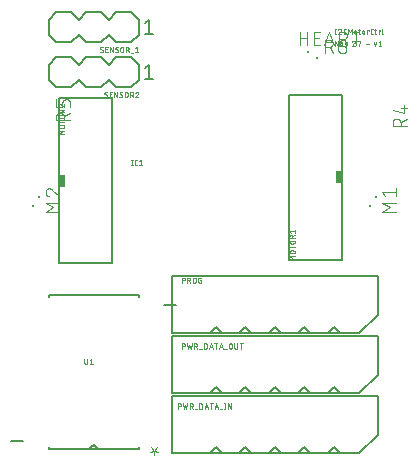
<source format=gbr>
G04 EAGLE Gerber X2 export*
%TF.Part,Single*%
%TF.FileFunction,Legend,Top,1*%
%TF.FilePolarity,Positive*%
%TF.GenerationSoftware,Autodesk,EAGLE,9.1.0*%
%TF.CreationDate,2018-12-20T05:45:18Z*%
G75*
%MOMM*%
%FSLAX34Y34*%
%LPD*%
%AMOC8*
5,1,8,0,0,1.08239X$1,22.5*%
G01*
%ADD10C,0.076200*%
%ADD11C,0.050800*%
%ADD12C,0.127000*%
%ADD13R,0.500000X1.000000*%
%ADD14C,0.152400*%
%ADD15C,0.101600*%
%ADD16C,0.250000*%
%ADD17R,0.200000X0.200000*%


D10*
X280852Y399619D02*
X280852Y395381D01*
X280381Y395381D02*
X281323Y395381D01*
X281323Y399619D02*
X280381Y399619D01*
X284570Y399620D02*
X284634Y399618D01*
X284698Y399612D01*
X284761Y399603D01*
X284824Y399589D01*
X284885Y399572D01*
X284946Y399551D01*
X285005Y399527D01*
X285063Y399499D01*
X285118Y399467D01*
X285172Y399432D01*
X285224Y399394D01*
X285273Y399353D01*
X285320Y399310D01*
X285363Y399263D01*
X285404Y399214D01*
X285442Y399162D01*
X285477Y399108D01*
X285509Y399053D01*
X285537Y398995D01*
X285561Y398936D01*
X285582Y398875D01*
X285599Y398814D01*
X285613Y398751D01*
X285622Y398688D01*
X285628Y398624D01*
X285630Y398560D01*
X284570Y399619D02*
X284499Y399617D01*
X284428Y399612D01*
X284357Y399602D01*
X284287Y399589D01*
X284217Y399573D01*
X284149Y399552D01*
X284082Y399528D01*
X284016Y399501D01*
X283952Y399470D01*
X283889Y399436D01*
X283828Y399399D01*
X283769Y399359D01*
X283713Y399315D01*
X283659Y399269D01*
X283607Y399220D01*
X283558Y399168D01*
X283512Y399114D01*
X283468Y399057D01*
X283428Y398998D01*
X283391Y398938D01*
X283357Y398875D01*
X283326Y398810D01*
X283299Y398745D01*
X283275Y398677D01*
X285276Y397736D02*
X285322Y397783D01*
X285366Y397832D01*
X285406Y397884D01*
X285444Y397938D01*
X285478Y397994D01*
X285509Y398052D01*
X285537Y398112D01*
X285561Y398173D01*
X285582Y398235D01*
X285599Y398299D01*
X285612Y398364D01*
X285621Y398429D01*
X285627Y398494D01*
X285629Y398560D01*
X285276Y397735D02*
X283275Y395381D01*
X285629Y395381D01*
X288697Y395381D02*
X289639Y395381D01*
X288697Y395381D02*
X288638Y395383D01*
X288579Y395388D01*
X288520Y395398D01*
X288463Y395411D01*
X288406Y395427D01*
X288350Y395447D01*
X288296Y395471D01*
X288243Y395498D01*
X288192Y395528D01*
X288143Y395561D01*
X288097Y395597D01*
X288052Y395636D01*
X288010Y395678D01*
X287971Y395723D01*
X287935Y395769D01*
X287902Y395818D01*
X287872Y395869D01*
X287845Y395922D01*
X287821Y395976D01*
X287801Y396032D01*
X287785Y396089D01*
X287772Y396146D01*
X287762Y396205D01*
X287757Y396264D01*
X287755Y396323D01*
X287756Y396323D02*
X287756Y398677D01*
X287755Y398677D02*
X287757Y398736D01*
X287762Y398795D01*
X287772Y398854D01*
X287785Y398911D01*
X287801Y398968D01*
X287821Y399024D01*
X287845Y399078D01*
X287872Y399131D01*
X287902Y399182D01*
X287935Y399231D01*
X287971Y399277D01*
X288010Y399322D01*
X288052Y399364D01*
X288097Y399403D01*
X288143Y399439D01*
X288192Y399472D01*
X288243Y399502D01*
X288296Y399529D01*
X288350Y399553D01*
X288406Y399573D01*
X288463Y399589D01*
X288520Y399602D01*
X288579Y399612D01*
X288638Y399617D01*
X288697Y399619D01*
X289639Y399619D01*
X291739Y399619D02*
X291739Y395381D01*
X293152Y397265D02*
X291739Y399619D01*
X293152Y397265D02*
X294565Y399619D01*
X294565Y395381D01*
X296860Y396323D02*
X296860Y397265D01*
X296862Y397325D01*
X296868Y397385D01*
X296877Y397445D01*
X296891Y397504D01*
X296908Y397562D01*
X296929Y397619D01*
X296953Y397674D01*
X296981Y397727D01*
X297013Y397779D01*
X297047Y397828D01*
X297085Y397876D01*
X297125Y397920D01*
X297169Y397962D01*
X297215Y398001D01*
X297263Y398038D01*
X297314Y398071D01*
X297366Y398100D01*
X297421Y398126D01*
X297477Y398149D01*
X297534Y398168D01*
X297592Y398183D01*
X297652Y398195D01*
X297712Y398203D01*
X297772Y398207D01*
X297832Y398207D01*
X297892Y398203D01*
X297952Y398195D01*
X298012Y398183D01*
X298070Y398168D01*
X298127Y398149D01*
X298183Y398126D01*
X298238Y398100D01*
X298290Y398071D01*
X298341Y398038D01*
X298389Y398001D01*
X298435Y397962D01*
X298479Y397920D01*
X298519Y397876D01*
X298557Y397828D01*
X298591Y397779D01*
X298623Y397727D01*
X298651Y397674D01*
X298675Y397619D01*
X298696Y397562D01*
X298713Y397504D01*
X298727Y397445D01*
X298736Y397385D01*
X298742Y397325D01*
X298744Y397265D01*
X298744Y396323D01*
X298742Y396263D01*
X298736Y396203D01*
X298727Y396143D01*
X298713Y396084D01*
X298696Y396026D01*
X298675Y395969D01*
X298651Y395914D01*
X298623Y395861D01*
X298591Y395809D01*
X298557Y395760D01*
X298519Y395712D01*
X298479Y395668D01*
X298435Y395626D01*
X298389Y395587D01*
X298341Y395550D01*
X298290Y395517D01*
X298238Y395488D01*
X298183Y395462D01*
X298127Y395439D01*
X298070Y395420D01*
X298012Y395405D01*
X297952Y395393D01*
X297892Y395385D01*
X297832Y395381D01*
X297772Y395381D01*
X297712Y395385D01*
X297652Y395393D01*
X297592Y395405D01*
X297534Y395420D01*
X297477Y395439D01*
X297421Y395462D01*
X297366Y395488D01*
X297314Y395517D01*
X297263Y395550D01*
X297215Y395587D01*
X297169Y395626D01*
X297125Y395668D01*
X297085Y395712D01*
X297047Y395760D01*
X297013Y395809D01*
X296981Y395861D01*
X296953Y395914D01*
X296929Y395969D01*
X296908Y396026D01*
X296891Y396084D01*
X296877Y396143D01*
X296868Y396203D01*
X296862Y396263D01*
X296860Y396323D01*
X300343Y398206D02*
X301755Y398206D01*
X300814Y399619D02*
X300814Y396087D01*
X300816Y396037D01*
X300821Y395987D01*
X300830Y395937D01*
X300843Y395888D01*
X300859Y395840D01*
X300878Y395794D01*
X300900Y395749D01*
X300926Y395705D01*
X300955Y395664D01*
X300986Y395625D01*
X301021Y395588D01*
X301058Y395553D01*
X301097Y395522D01*
X301138Y395493D01*
X301182Y395467D01*
X301227Y395445D01*
X301273Y395426D01*
X301321Y395410D01*
X301370Y395397D01*
X301420Y395388D01*
X301470Y395383D01*
X301520Y395381D01*
X301755Y395381D01*
X303610Y396323D02*
X303610Y397265D01*
X303612Y397325D01*
X303618Y397385D01*
X303627Y397445D01*
X303641Y397504D01*
X303658Y397562D01*
X303679Y397619D01*
X303703Y397674D01*
X303731Y397727D01*
X303763Y397779D01*
X303797Y397828D01*
X303835Y397876D01*
X303875Y397920D01*
X303919Y397962D01*
X303965Y398001D01*
X304013Y398038D01*
X304064Y398071D01*
X304116Y398100D01*
X304171Y398126D01*
X304227Y398149D01*
X304284Y398168D01*
X304342Y398183D01*
X304402Y398195D01*
X304462Y398203D01*
X304522Y398207D01*
X304582Y398207D01*
X304642Y398203D01*
X304702Y398195D01*
X304762Y398183D01*
X304820Y398168D01*
X304877Y398149D01*
X304933Y398126D01*
X304988Y398100D01*
X305040Y398071D01*
X305091Y398038D01*
X305139Y398001D01*
X305185Y397962D01*
X305229Y397920D01*
X305269Y397876D01*
X305307Y397828D01*
X305341Y397779D01*
X305373Y397727D01*
X305401Y397674D01*
X305425Y397619D01*
X305446Y397562D01*
X305463Y397504D01*
X305477Y397445D01*
X305486Y397385D01*
X305492Y397325D01*
X305494Y397265D01*
X305494Y396323D01*
X305492Y396263D01*
X305486Y396203D01*
X305477Y396143D01*
X305463Y396084D01*
X305446Y396026D01*
X305425Y395969D01*
X305401Y395914D01*
X305373Y395861D01*
X305341Y395809D01*
X305307Y395760D01*
X305269Y395712D01*
X305229Y395668D01*
X305185Y395626D01*
X305139Y395587D01*
X305091Y395550D01*
X305040Y395517D01*
X304988Y395488D01*
X304933Y395462D01*
X304877Y395439D01*
X304820Y395420D01*
X304762Y395405D01*
X304702Y395393D01*
X304642Y395385D01*
X304582Y395381D01*
X304522Y395381D01*
X304462Y395385D01*
X304402Y395393D01*
X304342Y395405D01*
X304284Y395420D01*
X304227Y395439D01*
X304171Y395462D01*
X304116Y395488D01*
X304064Y395517D01*
X304013Y395550D01*
X303965Y395587D01*
X303919Y395626D01*
X303875Y395668D01*
X303835Y395712D01*
X303797Y395760D01*
X303763Y395809D01*
X303731Y395861D01*
X303703Y395914D01*
X303679Y395969D01*
X303658Y396026D01*
X303641Y396084D01*
X303627Y396143D01*
X303618Y396203D01*
X303612Y396263D01*
X303610Y396323D01*
X307698Y395381D02*
X307698Y398206D01*
X309111Y398206D01*
X309111Y397735D01*
X311647Y395381D02*
X312589Y395381D01*
X311647Y395381D02*
X311588Y395383D01*
X311529Y395388D01*
X311470Y395398D01*
X311413Y395411D01*
X311356Y395427D01*
X311300Y395447D01*
X311246Y395471D01*
X311193Y395498D01*
X311142Y395528D01*
X311093Y395561D01*
X311047Y395597D01*
X311002Y395636D01*
X310960Y395678D01*
X310921Y395723D01*
X310885Y395769D01*
X310852Y395818D01*
X310822Y395869D01*
X310795Y395922D01*
X310771Y395976D01*
X310751Y396032D01*
X310735Y396089D01*
X310722Y396146D01*
X310712Y396205D01*
X310707Y396264D01*
X310705Y396323D01*
X310706Y396323D02*
X310706Y398677D01*
X310705Y398677D02*
X310707Y398736D01*
X310712Y398795D01*
X310722Y398854D01*
X310735Y398911D01*
X310751Y398968D01*
X310771Y399024D01*
X310795Y399078D01*
X310822Y399131D01*
X310852Y399182D01*
X310885Y399231D01*
X310921Y399277D01*
X310960Y399322D01*
X311002Y399364D01*
X311047Y399403D01*
X311093Y399439D01*
X311142Y399472D01*
X311193Y399502D01*
X311246Y399529D01*
X311300Y399553D01*
X311356Y399573D01*
X311413Y399589D01*
X311470Y399602D01*
X311529Y399612D01*
X311588Y399617D01*
X311647Y399619D01*
X312589Y399619D01*
X313993Y398206D02*
X315405Y398206D01*
X314463Y399619D02*
X314463Y396087D01*
X314464Y396087D02*
X314466Y396037D01*
X314471Y395987D01*
X314480Y395937D01*
X314493Y395888D01*
X314509Y395840D01*
X314528Y395794D01*
X314550Y395749D01*
X314576Y395705D01*
X314605Y395664D01*
X314636Y395625D01*
X314671Y395588D01*
X314708Y395553D01*
X314747Y395522D01*
X314788Y395493D01*
X314832Y395467D01*
X314877Y395445D01*
X314923Y395426D01*
X314971Y395410D01*
X315020Y395397D01*
X315070Y395388D01*
X315120Y395383D01*
X315170Y395381D01*
X315405Y395381D01*
X317448Y395381D02*
X317448Y398206D01*
X318861Y398206D01*
X318861Y397735D01*
X320428Y396087D02*
X320428Y399619D01*
X320428Y396087D02*
X320430Y396037D01*
X320435Y395987D01*
X320444Y395937D01*
X320457Y395888D01*
X320473Y395840D01*
X320492Y395794D01*
X320514Y395749D01*
X320540Y395705D01*
X320569Y395664D01*
X320600Y395625D01*
X320635Y395588D01*
X320672Y395553D01*
X320711Y395522D01*
X320752Y395493D01*
X320796Y395467D01*
X320841Y395445D01*
X320887Y395426D01*
X320935Y395410D01*
X320984Y395397D01*
X321034Y395388D01*
X321084Y395383D01*
X321134Y395381D01*
X280381Y389619D02*
X280381Y385381D01*
X282735Y385381D02*
X280381Y389619D01*
X282735Y389619D02*
X282735Y385381D01*
X284966Y386323D02*
X284966Y387265D01*
X284968Y387325D01*
X284974Y387385D01*
X284983Y387445D01*
X284997Y387504D01*
X285014Y387562D01*
X285035Y387619D01*
X285059Y387674D01*
X285087Y387727D01*
X285119Y387779D01*
X285153Y387828D01*
X285191Y387876D01*
X285231Y387920D01*
X285275Y387962D01*
X285321Y388001D01*
X285369Y388038D01*
X285420Y388071D01*
X285472Y388100D01*
X285527Y388126D01*
X285583Y388149D01*
X285640Y388168D01*
X285698Y388183D01*
X285758Y388195D01*
X285818Y388203D01*
X285878Y388207D01*
X285938Y388207D01*
X285998Y388203D01*
X286058Y388195D01*
X286118Y388183D01*
X286176Y388168D01*
X286233Y388149D01*
X286289Y388126D01*
X286344Y388100D01*
X286396Y388071D01*
X286447Y388038D01*
X286495Y388001D01*
X286541Y387962D01*
X286585Y387920D01*
X286625Y387876D01*
X286663Y387828D01*
X286697Y387779D01*
X286729Y387727D01*
X286757Y387674D01*
X286781Y387619D01*
X286802Y387562D01*
X286819Y387504D01*
X286833Y387445D01*
X286842Y387385D01*
X286848Y387325D01*
X286850Y387265D01*
X286850Y386323D01*
X286848Y386263D01*
X286842Y386203D01*
X286833Y386143D01*
X286819Y386084D01*
X286802Y386026D01*
X286781Y385969D01*
X286757Y385914D01*
X286729Y385861D01*
X286697Y385809D01*
X286663Y385760D01*
X286625Y385712D01*
X286585Y385668D01*
X286541Y385626D01*
X286495Y385587D01*
X286447Y385550D01*
X286396Y385517D01*
X286344Y385488D01*
X286289Y385462D01*
X286233Y385439D01*
X286176Y385420D01*
X286118Y385405D01*
X286058Y385393D01*
X285998Y385385D01*
X285938Y385381D01*
X285878Y385381D01*
X285818Y385385D01*
X285758Y385393D01*
X285698Y385405D01*
X285640Y385420D01*
X285583Y385439D01*
X285527Y385462D01*
X285472Y385488D01*
X285420Y385517D01*
X285369Y385550D01*
X285321Y385587D01*
X285275Y385626D01*
X285231Y385668D01*
X285191Y385712D01*
X285153Y385760D01*
X285119Y385809D01*
X285087Y385861D01*
X285059Y385914D01*
X285035Y385969D01*
X285014Y386026D01*
X284997Y386084D01*
X284983Y386143D01*
X284974Y386203D01*
X284968Y386263D01*
X284966Y386323D01*
X288716Y388206D02*
X289658Y385381D01*
X290600Y388206D01*
X296226Y389620D02*
X296290Y389618D01*
X296354Y389612D01*
X296417Y389603D01*
X296480Y389589D01*
X296541Y389572D01*
X296602Y389551D01*
X296661Y389527D01*
X296719Y389499D01*
X296774Y389467D01*
X296828Y389432D01*
X296880Y389394D01*
X296929Y389353D01*
X296976Y389310D01*
X297019Y389263D01*
X297060Y389214D01*
X297098Y389162D01*
X297133Y389108D01*
X297165Y389053D01*
X297193Y388995D01*
X297217Y388936D01*
X297238Y388875D01*
X297255Y388814D01*
X297269Y388751D01*
X297278Y388688D01*
X297284Y388624D01*
X297286Y388560D01*
X296226Y389619D02*
X296155Y389617D01*
X296084Y389612D01*
X296013Y389602D01*
X295943Y389589D01*
X295873Y389573D01*
X295805Y389552D01*
X295738Y389528D01*
X295672Y389501D01*
X295608Y389470D01*
X295545Y389436D01*
X295484Y389399D01*
X295425Y389359D01*
X295369Y389315D01*
X295315Y389269D01*
X295263Y389220D01*
X295214Y389168D01*
X295168Y389114D01*
X295124Y389057D01*
X295084Y388998D01*
X295047Y388938D01*
X295013Y388875D01*
X294982Y388810D01*
X294955Y388745D01*
X294931Y388677D01*
X296932Y387736D02*
X296978Y387783D01*
X297022Y387832D01*
X297062Y387884D01*
X297100Y387938D01*
X297134Y387994D01*
X297165Y388052D01*
X297193Y388112D01*
X297217Y388173D01*
X297238Y388235D01*
X297255Y388299D01*
X297268Y388364D01*
X297277Y388429D01*
X297283Y388494D01*
X297285Y388560D01*
X296932Y387735D02*
X294931Y385381D01*
X297285Y385381D01*
X299431Y389148D02*
X299431Y389619D01*
X301785Y389619D01*
X300608Y385381D01*
X306395Y387029D02*
X309221Y387029D01*
X313616Y388206D02*
X314558Y385381D01*
X315500Y388206D01*
X317431Y388677D02*
X318608Y389619D01*
X318608Y385381D01*
X317431Y385381D02*
X319785Y385381D01*
D11*
X108703Y288746D02*
X108703Y284254D01*
X108204Y284254D02*
X109202Y284254D01*
X109202Y288746D02*
X108204Y288746D01*
X112039Y284254D02*
X113037Y284254D01*
X112039Y284254D02*
X111979Y284256D01*
X111919Y284261D01*
X111859Y284270D01*
X111800Y284283D01*
X111742Y284299D01*
X111685Y284319D01*
X111629Y284342D01*
X111575Y284368D01*
X111523Y284398D01*
X111472Y284431D01*
X111424Y284466D01*
X111377Y284505D01*
X111333Y284546D01*
X111292Y284590D01*
X111253Y284637D01*
X111218Y284685D01*
X111185Y284736D01*
X111155Y284788D01*
X111129Y284842D01*
X111106Y284898D01*
X111086Y284955D01*
X111070Y285013D01*
X111057Y285072D01*
X111048Y285132D01*
X111043Y285192D01*
X111041Y285252D01*
X111040Y285252D02*
X111040Y287748D01*
X111041Y287748D02*
X111043Y287811D01*
X111049Y287873D01*
X111059Y287935D01*
X111072Y287996D01*
X111090Y288056D01*
X111111Y288115D01*
X111136Y288173D01*
X111164Y288229D01*
X111196Y288283D01*
X111232Y288335D01*
X111270Y288384D01*
X111311Y288431D01*
X111356Y288475D01*
X111403Y288517D01*
X111452Y288555D01*
X111504Y288591D01*
X111558Y288623D01*
X111614Y288651D01*
X111672Y288676D01*
X111731Y288697D01*
X111791Y288715D01*
X111852Y288728D01*
X111914Y288738D01*
X111976Y288744D01*
X112039Y288746D01*
X113037Y288746D01*
X114805Y287748D02*
X116053Y288746D01*
X116053Y284254D01*
X114805Y284254D02*
X117301Y284254D01*
D12*
X286700Y344000D02*
X286700Y204000D01*
X286700Y344000D02*
X241700Y344000D01*
X241700Y204000D02*
X286700Y204000D01*
X241700Y204000D02*
X241700Y344000D01*
D13*
X284200Y274000D03*
D11*
X246446Y204254D02*
X241954Y204254D01*
X244450Y205751D01*
X241954Y207249D01*
X246446Y207249D01*
X245198Y209454D02*
X243202Y209454D01*
X243202Y209453D02*
X243133Y209455D01*
X243065Y209461D01*
X242997Y209470D01*
X242929Y209483D01*
X242862Y209500D01*
X242797Y209521D01*
X242732Y209545D01*
X242669Y209572D01*
X242608Y209603D01*
X242548Y209638D01*
X242491Y209675D01*
X242435Y209716D01*
X242382Y209760D01*
X242332Y209806D01*
X242284Y209856D01*
X242239Y209908D01*
X242196Y209962D01*
X242157Y210018D01*
X242121Y210077D01*
X242088Y210137D01*
X242059Y210200D01*
X242033Y210263D01*
X242011Y210328D01*
X241992Y210395D01*
X241977Y210462D01*
X241966Y210530D01*
X241958Y210598D01*
X241954Y210667D01*
X241954Y210735D01*
X241958Y210804D01*
X241966Y210872D01*
X241977Y210940D01*
X241992Y211007D01*
X242011Y211074D01*
X242033Y211139D01*
X242059Y211202D01*
X242088Y211265D01*
X242121Y211325D01*
X242157Y211384D01*
X242196Y211440D01*
X242239Y211494D01*
X242284Y211546D01*
X242332Y211596D01*
X242382Y211642D01*
X242435Y211686D01*
X242491Y211727D01*
X242548Y211764D01*
X242608Y211799D01*
X242669Y211830D01*
X242732Y211857D01*
X242797Y211881D01*
X242862Y211902D01*
X242929Y211919D01*
X242997Y211932D01*
X243065Y211941D01*
X243133Y211947D01*
X243202Y211949D01*
X245198Y211949D01*
X245267Y211947D01*
X245335Y211941D01*
X245403Y211932D01*
X245471Y211919D01*
X245538Y211902D01*
X245603Y211881D01*
X245668Y211857D01*
X245731Y211830D01*
X245792Y211799D01*
X245852Y211764D01*
X245909Y211727D01*
X245965Y211686D01*
X246018Y211642D01*
X246068Y211596D01*
X246116Y211546D01*
X246161Y211494D01*
X246204Y211440D01*
X246243Y211384D01*
X246279Y211325D01*
X246312Y211265D01*
X246341Y211202D01*
X246367Y211139D01*
X246389Y211074D01*
X246408Y211007D01*
X246423Y210940D01*
X246434Y210872D01*
X246442Y210804D01*
X246446Y210735D01*
X246446Y210667D01*
X246442Y210598D01*
X246434Y210530D01*
X246423Y210462D01*
X246408Y210395D01*
X246389Y210328D01*
X246367Y210263D01*
X246341Y210200D01*
X246312Y210137D01*
X246279Y210077D01*
X246243Y210018D01*
X246204Y209962D01*
X246161Y209908D01*
X246116Y209856D01*
X246068Y209806D01*
X246018Y209760D01*
X245965Y209716D01*
X245909Y209675D01*
X245852Y209638D01*
X245792Y209603D01*
X245731Y209572D01*
X245668Y209545D01*
X245603Y209521D01*
X245538Y209500D01*
X245471Y209483D01*
X245403Y209470D01*
X245335Y209461D01*
X245267Y209455D01*
X245198Y209453D01*
X246446Y214901D02*
X241954Y214901D01*
X241954Y213654D02*
X241954Y216149D01*
X243202Y217853D02*
X245198Y217853D01*
X243202Y217853D02*
X243133Y217855D01*
X243065Y217861D01*
X242997Y217870D01*
X242929Y217883D01*
X242862Y217900D01*
X242797Y217921D01*
X242732Y217945D01*
X242669Y217972D01*
X242608Y218003D01*
X242548Y218038D01*
X242491Y218075D01*
X242435Y218116D01*
X242382Y218160D01*
X242332Y218206D01*
X242284Y218256D01*
X242239Y218308D01*
X242196Y218362D01*
X242157Y218418D01*
X242121Y218477D01*
X242088Y218537D01*
X242059Y218600D01*
X242033Y218663D01*
X242011Y218728D01*
X241992Y218795D01*
X241977Y218862D01*
X241966Y218930D01*
X241958Y218998D01*
X241954Y219067D01*
X241954Y219135D01*
X241958Y219204D01*
X241966Y219272D01*
X241977Y219340D01*
X241992Y219407D01*
X242011Y219474D01*
X242033Y219539D01*
X242059Y219602D01*
X242088Y219665D01*
X242121Y219725D01*
X242157Y219784D01*
X242196Y219840D01*
X242239Y219894D01*
X242284Y219946D01*
X242332Y219996D01*
X242382Y220042D01*
X242435Y220086D01*
X242491Y220127D01*
X242548Y220164D01*
X242608Y220199D01*
X242669Y220230D01*
X242732Y220257D01*
X242797Y220281D01*
X242862Y220302D01*
X242929Y220319D01*
X242997Y220332D01*
X243065Y220341D01*
X243133Y220347D01*
X243202Y220349D01*
X245198Y220349D01*
X245267Y220347D01*
X245335Y220341D01*
X245403Y220332D01*
X245471Y220319D01*
X245538Y220302D01*
X245603Y220281D01*
X245668Y220257D01*
X245731Y220230D01*
X245792Y220199D01*
X245852Y220164D01*
X245909Y220127D01*
X245965Y220086D01*
X246018Y220042D01*
X246068Y219996D01*
X246116Y219946D01*
X246161Y219894D01*
X246204Y219840D01*
X246243Y219784D01*
X246279Y219725D01*
X246312Y219665D01*
X246341Y219602D01*
X246367Y219539D01*
X246389Y219474D01*
X246408Y219407D01*
X246423Y219340D01*
X246434Y219272D01*
X246442Y219204D01*
X246446Y219135D01*
X246446Y219067D01*
X246442Y218998D01*
X246434Y218930D01*
X246423Y218862D01*
X246408Y218795D01*
X246389Y218728D01*
X246367Y218663D01*
X246341Y218600D01*
X246312Y218537D01*
X246279Y218477D01*
X246243Y218418D01*
X246204Y218362D01*
X246161Y218308D01*
X246116Y218256D01*
X246068Y218206D01*
X246018Y218160D01*
X245965Y218116D01*
X245909Y218075D01*
X245852Y218038D01*
X245792Y218003D01*
X245731Y217972D01*
X245668Y217945D01*
X245603Y217921D01*
X245538Y217900D01*
X245471Y217883D01*
X245403Y217870D01*
X245335Y217861D01*
X245267Y217855D01*
X245198Y217853D01*
X246446Y222536D02*
X241954Y222536D01*
X241954Y223784D01*
X241956Y223853D01*
X241962Y223921D01*
X241971Y223989D01*
X241984Y224057D01*
X242001Y224124D01*
X242022Y224189D01*
X242046Y224254D01*
X242073Y224317D01*
X242104Y224378D01*
X242139Y224438D01*
X242176Y224495D01*
X242217Y224551D01*
X242261Y224604D01*
X242307Y224654D01*
X242357Y224702D01*
X242409Y224747D01*
X242463Y224790D01*
X242519Y224829D01*
X242578Y224865D01*
X242638Y224898D01*
X242701Y224927D01*
X242764Y224953D01*
X242829Y224975D01*
X242896Y224994D01*
X242963Y225009D01*
X243031Y225020D01*
X243099Y225028D01*
X243168Y225032D01*
X243236Y225032D01*
X243305Y225028D01*
X243373Y225020D01*
X243441Y225009D01*
X243508Y224994D01*
X243575Y224975D01*
X243640Y224953D01*
X243703Y224927D01*
X243766Y224898D01*
X243826Y224865D01*
X243885Y224829D01*
X243941Y224790D01*
X243995Y224747D01*
X244047Y224702D01*
X244097Y224654D01*
X244143Y224604D01*
X244187Y224551D01*
X244228Y224495D01*
X244265Y224438D01*
X244300Y224378D01*
X244331Y224317D01*
X244358Y224254D01*
X244382Y224189D01*
X244403Y224124D01*
X244420Y224057D01*
X244433Y223989D01*
X244442Y223921D01*
X244448Y223853D01*
X244450Y223784D01*
X244450Y222536D01*
X244450Y224034D02*
X246446Y225032D01*
X242952Y227003D02*
X241954Y228251D01*
X246446Y228251D01*
X246446Y227003D02*
X246446Y229499D01*
D12*
X46500Y201000D02*
X46500Y341000D01*
X46500Y201000D02*
X91500Y201000D01*
X91500Y341000D02*
X46500Y341000D01*
X91500Y341000D02*
X91500Y201000D01*
D13*
X49000Y271000D03*
D11*
X51246Y310501D02*
X46754Y310501D01*
X49250Y311998D01*
X46754Y313496D01*
X51246Y313496D01*
X49998Y315701D02*
X48002Y315701D01*
X48002Y315700D02*
X47933Y315702D01*
X47865Y315708D01*
X47797Y315717D01*
X47729Y315730D01*
X47662Y315747D01*
X47597Y315768D01*
X47532Y315792D01*
X47469Y315819D01*
X47408Y315850D01*
X47348Y315885D01*
X47291Y315922D01*
X47235Y315963D01*
X47182Y316007D01*
X47132Y316053D01*
X47084Y316103D01*
X47039Y316155D01*
X46996Y316209D01*
X46957Y316265D01*
X46921Y316324D01*
X46888Y316384D01*
X46859Y316447D01*
X46833Y316510D01*
X46811Y316575D01*
X46792Y316642D01*
X46777Y316709D01*
X46766Y316777D01*
X46758Y316845D01*
X46754Y316914D01*
X46754Y316982D01*
X46758Y317051D01*
X46766Y317119D01*
X46777Y317187D01*
X46792Y317254D01*
X46811Y317321D01*
X46833Y317386D01*
X46859Y317449D01*
X46888Y317512D01*
X46921Y317572D01*
X46957Y317631D01*
X46996Y317687D01*
X47039Y317741D01*
X47084Y317793D01*
X47132Y317843D01*
X47182Y317889D01*
X47235Y317933D01*
X47291Y317974D01*
X47348Y318011D01*
X47408Y318046D01*
X47469Y318077D01*
X47532Y318104D01*
X47597Y318128D01*
X47662Y318149D01*
X47729Y318166D01*
X47797Y318179D01*
X47865Y318188D01*
X47933Y318194D01*
X48002Y318196D01*
X49998Y318196D01*
X50067Y318194D01*
X50135Y318188D01*
X50203Y318179D01*
X50271Y318166D01*
X50338Y318149D01*
X50403Y318128D01*
X50468Y318104D01*
X50531Y318077D01*
X50592Y318046D01*
X50652Y318011D01*
X50709Y317974D01*
X50765Y317933D01*
X50818Y317889D01*
X50868Y317843D01*
X50916Y317793D01*
X50961Y317741D01*
X51004Y317687D01*
X51043Y317631D01*
X51079Y317572D01*
X51112Y317512D01*
X51141Y317449D01*
X51167Y317386D01*
X51189Y317321D01*
X51208Y317254D01*
X51223Y317187D01*
X51234Y317119D01*
X51242Y317051D01*
X51246Y316982D01*
X51246Y316914D01*
X51242Y316845D01*
X51234Y316777D01*
X51223Y316709D01*
X51208Y316642D01*
X51189Y316575D01*
X51167Y316510D01*
X51141Y316447D01*
X51112Y316384D01*
X51079Y316324D01*
X51043Y316265D01*
X51004Y316209D01*
X50961Y316155D01*
X50916Y316103D01*
X50868Y316053D01*
X50818Y316007D01*
X50765Y315963D01*
X50709Y315922D01*
X50652Y315885D01*
X50592Y315850D01*
X50531Y315819D01*
X50468Y315792D01*
X50403Y315768D01*
X50338Y315747D01*
X50271Y315730D01*
X50203Y315717D01*
X50135Y315708D01*
X50067Y315702D01*
X49998Y315700D01*
X51246Y321148D02*
X46754Y321148D01*
X46754Y319901D02*
X46754Y322396D01*
X48002Y324101D02*
X49998Y324101D01*
X48002Y324100D02*
X47933Y324102D01*
X47865Y324108D01*
X47797Y324117D01*
X47729Y324130D01*
X47662Y324147D01*
X47597Y324168D01*
X47532Y324192D01*
X47469Y324219D01*
X47408Y324250D01*
X47348Y324285D01*
X47291Y324322D01*
X47235Y324363D01*
X47182Y324407D01*
X47132Y324453D01*
X47084Y324503D01*
X47039Y324555D01*
X46996Y324609D01*
X46957Y324665D01*
X46921Y324724D01*
X46888Y324784D01*
X46859Y324847D01*
X46833Y324910D01*
X46811Y324975D01*
X46792Y325042D01*
X46777Y325109D01*
X46766Y325177D01*
X46758Y325245D01*
X46754Y325314D01*
X46754Y325382D01*
X46758Y325451D01*
X46766Y325519D01*
X46777Y325587D01*
X46792Y325654D01*
X46811Y325721D01*
X46833Y325786D01*
X46859Y325849D01*
X46888Y325912D01*
X46921Y325972D01*
X46957Y326031D01*
X46996Y326087D01*
X47039Y326141D01*
X47084Y326193D01*
X47132Y326243D01*
X47182Y326289D01*
X47235Y326333D01*
X47291Y326374D01*
X47348Y326411D01*
X47408Y326446D01*
X47469Y326477D01*
X47532Y326504D01*
X47597Y326528D01*
X47662Y326549D01*
X47729Y326566D01*
X47797Y326579D01*
X47865Y326588D01*
X47933Y326594D01*
X48002Y326596D01*
X49998Y326596D01*
X50067Y326594D01*
X50135Y326588D01*
X50203Y326579D01*
X50271Y326566D01*
X50338Y326549D01*
X50403Y326528D01*
X50468Y326504D01*
X50531Y326477D01*
X50592Y326446D01*
X50652Y326411D01*
X50709Y326374D01*
X50765Y326333D01*
X50818Y326289D01*
X50868Y326243D01*
X50916Y326193D01*
X50961Y326141D01*
X51004Y326087D01*
X51043Y326031D01*
X51079Y325972D01*
X51112Y325912D01*
X51141Y325849D01*
X51167Y325786D01*
X51189Y325721D01*
X51208Y325654D01*
X51223Y325587D01*
X51234Y325519D01*
X51242Y325451D01*
X51246Y325382D01*
X51246Y325314D01*
X51242Y325245D01*
X51234Y325177D01*
X51223Y325109D01*
X51208Y325042D01*
X51189Y324975D01*
X51167Y324910D01*
X51141Y324847D01*
X51112Y324784D01*
X51079Y324724D01*
X51043Y324665D01*
X51004Y324609D01*
X50961Y324555D01*
X50916Y324503D01*
X50868Y324453D01*
X50818Y324407D01*
X50765Y324363D01*
X50709Y324322D01*
X50652Y324285D01*
X50592Y324250D01*
X50531Y324219D01*
X50468Y324192D01*
X50403Y324168D01*
X50338Y324147D01*
X50271Y324130D01*
X50203Y324117D01*
X50135Y324108D01*
X50067Y324102D01*
X49998Y324100D01*
X51246Y328783D02*
X46754Y328783D01*
X46754Y330031D01*
X46756Y330100D01*
X46762Y330168D01*
X46771Y330236D01*
X46784Y330304D01*
X46801Y330371D01*
X46822Y330436D01*
X46846Y330501D01*
X46873Y330564D01*
X46904Y330625D01*
X46939Y330685D01*
X46976Y330742D01*
X47017Y330798D01*
X47061Y330851D01*
X47107Y330901D01*
X47157Y330949D01*
X47209Y330994D01*
X47263Y331037D01*
X47319Y331076D01*
X47378Y331112D01*
X47438Y331145D01*
X47501Y331174D01*
X47564Y331200D01*
X47629Y331222D01*
X47696Y331241D01*
X47763Y331256D01*
X47831Y331267D01*
X47899Y331275D01*
X47968Y331279D01*
X48036Y331279D01*
X48105Y331275D01*
X48173Y331267D01*
X48241Y331256D01*
X48308Y331241D01*
X48375Y331222D01*
X48440Y331200D01*
X48503Y331174D01*
X48566Y331145D01*
X48626Y331112D01*
X48685Y331076D01*
X48741Y331037D01*
X48795Y330994D01*
X48847Y330949D01*
X48897Y330901D01*
X48943Y330851D01*
X48987Y330798D01*
X49028Y330742D01*
X49065Y330685D01*
X49100Y330625D01*
X49131Y330564D01*
X49158Y330501D01*
X49182Y330436D01*
X49203Y330371D01*
X49220Y330304D01*
X49233Y330236D01*
X49242Y330168D01*
X49248Y330100D01*
X49250Y330031D01*
X49250Y328783D01*
X49250Y330281D02*
X51246Y331279D01*
X47877Y335746D02*
X47812Y335744D01*
X47747Y335738D01*
X47682Y335729D01*
X47618Y335716D01*
X47555Y335699D01*
X47493Y335678D01*
X47432Y335654D01*
X47373Y335627D01*
X47316Y335596D01*
X47260Y335561D01*
X47206Y335524D01*
X47155Y335483D01*
X47106Y335440D01*
X47060Y335394D01*
X47017Y335345D01*
X46976Y335294D01*
X46939Y335240D01*
X46904Y335185D01*
X46873Y335127D01*
X46846Y335068D01*
X46822Y335007D01*
X46801Y334945D01*
X46784Y334882D01*
X46771Y334818D01*
X46762Y334753D01*
X46756Y334688D01*
X46754Y334623D01*
X46756Y334550D01*
X46761Y334478D01*
X46770Y334406D01*
X46783Y334335D01*
X46799Y334264D01*
X46819Y334194D01*
X46843Y334125D01*
X46869Y334058D01*
X46899Y333992D01*
X46933Y333927D01*
X46969Y333865D01*
X47009Y333804D01*
X47052Y333745D01*
X47097Y333689D01*
X47146Y333635D01*
X47197Y333583D01*
X47250Y333534D01*
X47306Y333488D01*
X47364Y333444D01*
X47425Y333404D01*
X47487Y333367D01*
X47551Y333333D01*
X47617Y333302D01*
X47684Y333274D01*
X47752Y333250D01*
X48750Y335372D02*
X48704Y335418D01*
X48656Y335461D01*
X48605Y335502D01*
X48552Y335540D01*
X48497Y335575D01*
X48440Y335606D01*
X48382Y335635D01*
X48322Y335661D01*
X48261Y335683D01*
X48199Y335702D01*
X48135Y335718D01*
X48071Y335730D01*
X48007Y335739D01*
X47942Y335744D01*
X47877Y335746D01*
X48750Y335372D02*
X51246Y333250D01*
X51246Y335746D01*
D12*
X142600Y141700D02*
X301100Y141700D01*
X316600Y157700D02*
X316600Y190700D01*
X279600Y147200D02*
X284600Y142200D01*
X279600Y147200D02*
X274600Y142200D01*
X259600Y142200D02*
X254600Y147200D01*
X249600Y142200D01*
X234600Y142200D02*
X229600Y147200D01*
X224600Y142200D01*
X209600Y142200D02*
X204600Y147200D01*
X184600Y142200D02*
X179600Y147200D01*
X199600Y142200D02*
X204600Y147200D01*
X179600Y147200D02*
X174600Y142200D01*
X301100Y141700D02*
X316600Y157200D01*
X316600Y190700D02*
X142600Y190700D01*
X142600Y141700D01*
D11*
X151176Y184554D02*
X151176Y189046D01*
X152424Y189046D01*
X152493Y189044D01*
X152561Y189038D01*
X152629Y189029D01*
X152697Y189016D01*
X152764Y188999D01*
X152829Y188978D01*
X152894Y188954D01*
X152957Y188927D01*
X153018Y188896D01*
X153078Y188861D01*
X153135Y188824D01*
X153191Y188783D01*
X153244Y188739D01*
X153294Y188693D01*
X153342Y188643D01*
X153387Y188591D01*
X153430Y188537D01*
X153469Y188481D01*
X153505Y188422D01*
X153538Y188362D01*
X153567Y188299D01*
X153593Y188236D01*
X153615Y188171D01*
X153634Y188104D01*
X153649Y188037D01*
X153660Y187969D01*
X153668Y187901D01*
X153672Y187832D01*
X153672Y187764D01*
X153668Y187695D01*
X153660Y187627D01*
X153649Y187559D01*
X153634Y187492D01*
X153615Y187425D01*
X153593Y187360D01*
X153567Y187297D01*
X153538Y187234D01*
X153505Y187174D01*
X153469Y187115D01*
X153430Y187059D01*
X153387Y187005D01*
X153342Y186953D01*
X153294Y186903D01*
X153244Y186857D01*
X153191Y186813D01*
X153135Y186772D01*
X153078Y186735D01*
X153018Y186700D01*
X152957Y186669D01*
X152894Y186642D01*
X152829Y186618D01*
X152764Y186597D01*
X152697Y186580D01*
X152629Y186567D01*
X152561Y186558D01*
X152493Y186552D01*
X152424Y186550D01*
X151176Y186550D01*
X155633Y184554D02*
X155633Y189046D01*
X156881Y189046D01*
X156950Y189044D01*
X157018Y189038D01*
X157086Y189029D01*
X157154Y189016D01*
X157221Y188999D01*
X157286Y188978D01*
X157351Y188954D01*
X157414Y188927D01*
X157475Y188896D01*
X157535Y188861D01*
X157592Y188824D01*
X157648Y188783D01*
X157701Y188739D01*
X157751Y188693D01*
X157799Y188643D01*
X157844Y188591D01*
X157887Y188537D01*
X157926Y188481D01*
X157962Y188422D01*
X157995Y188362D01*
X158024Y188299D01*
X158050Y188236D01*
X158072Y188171D01*
X158091Y188104D01*
X158106Y188037D01*
X158117Y187969D01*
X158125Y187901D01*
X158129Y187832D01*
X158129Y187764D01*
X158125Y187695D01*
X158117Y187627D01*
X158106Y187559D01*
X158091Y187492D01*
X158072Y187425D01*
X158050Y187360D01*
X158024Y187297D01*
X157995Y187234D01*
X157962Y187174D01*
X157926Y187115D01*
X157887Y187059D01*
X157844Y187005D01*
X157799Y186953D01*
X157751Y186903D01*
X157701Y186857D01*
X157648Y186813D01*
X157592Y186772D01*
X157535Y186735D01*
X157475Y186700D01*
X157414Y186669D01*
X157351Y186642D01*
X157286Y186618D01*
X157221Y186597D01*
X157154Y186580D01*
X157086Y186567D01*
X157018Y186558D01*
X156950Y186552D01*
X156881Y186550D01*
X155633Y186550D01*
X157131Y186550D02*
X158129Y184554D01*
X160101Y185802D02*
X160101Y187798D01*
X160100Y187798D02*
X160102Y187867D01*
X160108Y187935D01*
X160117Y188003D01*
X160130Y188071D01*
X160147Y188138D01*
X160168Y188203D01*
X160192Y188268D01*
X160219Y188331D01*
X160250Y188392D01*
X160285Y188452D01*
X160322Y188509D01*
X160363Y188565D01*
X160407Y188618D01*
X160453Y188668D01*
X160503Y188716D01*
X160555Y188761D01*
X160609Y188804D01*
X160665Y188843D01*
X160724Y188879D01*
X160784Y188912D01*
X160847Y188941D01*
X160910Y188967D01*
X160975Y188989D01*
X161042Y189008D01*
X161109Y189023D01*
X161177Y189034D01*
X161245Y189042D01*
X161314Y189046D01*
X161382Y189046D01*
X161451Y189042D01*
X161519Y189034D01*
X161587Y189023D01*
X161654Y189008D01*
X161721Y188989D01*
X161786Y188967D01*
X161849Y188941D01*
X161912Y188912D01*
X161972Y188879D01*
X162031Y188843D01*
X162087Y188804D01*
X162141Y188761D01*
X162193Y188716D01*
X162243Y188668D01*
X162289Y188618D01*
X162333Y188565D01*
X162374Y188509D01*
X162411Y188452D01*
X162446Y188392D01*
X162477Y188331D01*
X162504Y188268D01*
X162528Y188203D01*
X162549Y188138D01*
X162566Y188071D01*
X162579Y188003D01*
X162588Y187935D01*
X162594Y187867D01*
X162596Y187798D01*
X162596Y185802D01*
X162594Y185733D01*
X162588Y185665D01*
X162579Y185597D01*
X162566Y185529D01*
X162549Y185462D01*
X162528Y185397D01*
X162504Y185332D01*
X162477Y185269D01*
X162446Y185208D01*
X162411Y185148D01*
X162374Y185091D01*
X162333Y185035D01*
X162289Y184982D01*
X162243Y184932D01*
X162193Y184884D01*
X162141Y184839D01*
X162087Y184796D01*
X162031Y184757D01*
X161972Y184721D01*
X161912Y184688D01*
X161849Y184659D01*
X161786Y184633D01*
X161721Y184611D01*
X161654Y184592D01*
X161587Y184577D01*
X161519Y184566D01*
X161451Y184558D01*
X161382Y184554D01*
X161314Y184554D01*
X161245Y184558D01*
X161177Y184566D01*
X161109Y184577D01*
X161042Y184592D01*
X160975Y184611D01*
X160910Y184633D01*
X160847Y184659D01*
X160784Y184688D01*
X160724Y184721D01*
X160665Y184757D01*
X160609Y184796D01*
X160555Y184839D01*
X160503Y184884D01*
X160453Y184932D01*
X160407Y184982D01*
X160363Y185035D01*
X160322Y185091D01*
X160285Y185148D01*
X160250Y185208D01*
X160219Y185269D01*
X160192Y185332D01*
X160168Y185397D01*
X160147Y185462D01*
X160130Y185529D01*
X160117Y185597D01*
X160108Y185665D01*
X160102Y185733D01*
X160100Y185802D01*
X166497Y187050D02*
X167246Y187050D01*
X167246Y184554D01*
X165749Y184554D01*
X165689Y184556D01*
X165629Y184561D01*
X165569Y184570D01*
X165510Y184583D01*
X165452Y184599D01*
X165395Y184619D01*
X165339Y184642D01*
X165285Y184668D01*
X165233Y184698D01*
X165182Y184731D01*
X165134Y184766D01*
X165087Y184805D01*
X165043Y184846D01*
X165002Y184890D01*
X164963Y184937D01*
X164928Y184985D01*
X164895Y185036D01*
X164865Y185088D01*
X164839Y185142D01*
X164816Y185198D01*
X164796Y185255D01*
X164780Y185313D01*
X164767Y185372D01*
X164758Y185432D01*
X164753Y185492D01*
X164751Y185552D01*
X164750Y185552D02*
X164750Y188048D01*
X164751Y188048D02*
X164753Y188111D01*
X164759Y188173D01*
X164769Y188235D01*
X164782Y188296D01*
X164800Y188356D01*
X164821Y188415D01*
X164846Y188473D01*
X164874Y188529D01*
X164906Y188583D01*
X164942Y188635D01*
X164980Y188684D01*
X165021Y188731D01*
X165066Y188775D01*
X165113Y188817D01*
X165162Y188855D01*
X165214Y188891D01*
X165268Y188923D01*
X165324Y188951D01*
X165382Y188976D01*
X165441Y188997D01*
X165501Y189015D01*
X165562Y189028D01*
X165624Y189038D01*
X165686Y189044D01*
X165749Y189046D01*
X167246Y189046D01*
D12*
X142600Y40100D02*
X301100Y40100D01*
X316600Y56100D02*
X316600Y89100D01*
X279600Y45600D02*
X284600Y40600D01*
X279600Y45600D02*
X274600Y40600D01*
X259600Y40600D02*
X254600Y45600D01*
X249600Y40600D01*
X234600Y40600D02*
X229600Y45600D01*
X224600Y40600D01*
X209600Y40600D02*
X204600Y45600D01*
X184600Y40600D02*
X179600Y45600D01*
X199600Y40600D02*
X204600Y45600D01*
X179600Y45600D02*
X174600Y40600D01*
X301100Y40100D02*
X316600Y55600D01*
X316600Y89100D02*
X142600Y89100D01*
X142600Y40100D01*
D11*
X147376Y77954D02*
X147376Y82446D01*
X148624Y82446D01*
X148693Y82444D01*
X148761Y82438D01*
X148829Y82429D01*
X148897Y82416D01*
X148964Y82399D01*
X149029Y82378D01*
X149094Y82354D01*
X149157Y82327D01*
X149218Y82296D01*
X149278Y82261D01*
X149335Y82224D01*
X149391Y82183D01*
X149444Y82139D01*
X149494Y82093D01*
X149542Y82043D01*
X149587Y81991D01*
X149630Y81937D01*
X149669Y81881D01*
X149705Y81822D01*
X149738Y81762D01*
X149767Y81699D01*
X149793Y81636D01*
X149815Y81571D01*
X149834Y81504D01*
X149849Y81437D01*
X149860Y81369D01*
X149868Y81301D01*
X149872Y81232D01*
X149872Y81164D01*
X149868Y81095D01*
X149860Y81027D01*
X149849Y80959D01*
X149834Y80892D01*
X149815Y80825D01*
X149793Y80760D01*
X149767Y80697D01*
X149738Y80634D01*
X149705Y80574D01*
X149669Y80515D01*
X149630Y80459D01*
X149587Y80405D01*
X149542Y80353D01*
X149494Y80303D01*
X149444Y80257D01*
X149391Y80213D01*
X149335Y80172D01*
X149278Y80135D01*
X149218Y80100D01*
X149157Y80069D01*
X149094Y80042D01*
X149029Y80018D01*
X148964Y79997D01*
X148897Y79980D01*
X148829Y79967D01*
X148761Y79958D01*
X148693Y79952D01*
X148624Y79950D01*
X147376Y79950D01*
X151502Y82446D02*
X152500Y77954D01*
X153498Y80949D01*
X154497Y77954D01*
X155495Y82446D01*
X157534Y82446D02*
X157534Y77954D01*
X157534Y82446D02*
X158781Y82446D01*
X158850Y82444D01*
X158918Y82438D01*
X158986Y82429D01*
X159054Y82416D01*
X159121Y82399D01*
X159186Y82378D01*
X159251Y82354D01*
X159314Y82327D01*
X159375Y82296D01*
X159435Y82261D01*
X159492Y82224D01*
X159548Y82183D01*
X159601Y82139D01*
X159651Y82093D01*
X159699Y82043D01*
X159744Y81991D01*
X159787Y81937D01*
X159826Y81881D01*
X159862Y81822D01*
X159895Y81762D01*
X159924Y81699D01*
X159950Y81636D01*
X159972Y81571D01*
X159991Y81504D01*
X160006Y81437D01*
X160017Y81369D01*
X160025Y81301D01*
X160029Y81232D01*
X160029Y81164D01*
X160025Y81095D01*
X160017Y81027D01*
X160006Y80959D01*
X159991Y80892D01*
X159972Y80825D01*
X159950Y80760D01*
X159924Y80697D01*
X159895Y80634D01*
X159862Y80574D01*
X159826Y80515D01*
X159787Y80459D01*
X159744Y80405D01*
X159699Y80353D01*
X159651Y80303D01*
X159601Y80257D01*
X159548Y80213D01*
X159492Y80172D01*
X159435Y80135D01*
X159375Y80100D01*
X159314Y80069D01*
X159251Y80042D01*
X159186Y80018D01*
X159121Y79997D01*
X159054Y79980D01*
X158986Y79967D01*
X158918Y79958D01*
X158850Y79952D01*
X158781Y79950D01*
X157534Y79950D01*
X159031Y79950D02*
X160029Y77954D01*
X161800Y77455D02*
X163797Y77455D01*
X165751Y77954D02*
X165751Y82446D01*
X166998Y82446D01*
X167066Y82444D01*
X167133Y82439D01*
X167200Y82430D01*
X167266Y82417D01*
X167332Y82401D01*
X167396Y82381D01*
X167460Y82357D01*
X167522Y82331D01*
X167583Y82301D01*
X167641Y82267D01*
X167698Y82231D01*
X167753Y82192D01*
X167806Y82149D01*
X167856Y82104D01*
X167904Y82056D01*
X167949Y82006D01*
X167992Y81953D01*
X168031Y81898D01*
X168067Y81841D01*
X168101Y81783D01*
X168131Y81722D01*
X168157Y81660D01*
X168181Y81596D01*
X168201Y81532D01*
X168217Y81466D01*
X168230Y81400D01*
X168239Y81333D01*
X168244Y81266D01*
X168246Y81198D01*
X168246Y79202D01*
X168244Y79134D01*
X168239Y79067D01*
X168230Y79000D01*
X168217Y78934D01*
X168201Y78868D01*
X168181Y78804D01*
X168157Y78740D01*
X168131Y78678D01*
X168101Y78617D01*
X168067Y78559D01*
X168031Y78502D01*
X167992Y78447D01*
X167949Y78394D01*
X167904Y78344D01*
X167856Y78296D01*
X167806Y78251D01*
X167753Y78208D01*
X167698Y78169D01*
X167641Y78133D01*
X167583Y78099D01*
X167522Y78069D01*
X167460Y78043D01*
X167396Y78019D01*
X167332Y77999D01*
X167266Y77983D01*
X167200Y77970D01*
X167133Y77961D01*
X167066Y77956D01*
X166998Y77954D01*
X165751Y77954D01*
X170151Y77954D02*
X171648Y82446D01*
X173146Y77954D01*
X172771Y79077D02*
X170525Y79077D01*
X175848Y77954D02*
X175848Y82446D01*
X174601Y82446D02*
X177096Y82446D01*
X180048Y82446D02*
X178551Y77954D01*
X181546Y77954D02*
X180048Y82446D01*
X181171Y79077D02*
X178925Y79077D01*
X183100Y77455D02*
X185097Y77455D01*
X187248Y77954D02*
X187248Y82446D01*
X186749Y77954D02*
X187747Y77954D01*
X187747Y82446D02*
X186749Y82446D01*
X189750Y82446D02*
X189750Y77954D01*
X192246Y77954D02*
X189750Y82446D01*
X192246Y82446D02*
X192246Y77954D01*
D12*
X142600Y90900D02*
X301100Y90900D01*
X316600Y106900D02*
X316600Y139900D01*
X279600Y96400D02*
X284600Y91400D01*
X279600Y96400D02*
X274600Y91400D01*
X259600Y91400D02*
X254600Y96400D01*
X249600Y91400D01*
X234600Y91400D02*
X229600Y96400D01*
X224600Y91400D01*
X209600Y91400D02*
X204600Y96400D01*
X184600Y91400D02*
X179600Y96400D01*
X199600Y91400D02*
X204600Y96400D01*
X179600Y96400D02*
X174600Y91400D01*
X301100Y90900D02*
X316600Y106400D01*
X316600Y139900D02*
X142600Y139900D01*
X142600Y90900D01*
D11*
X151226Y128754D02*
X151226Y133246D01*
X152474Y133246D01*
X152543Y133244D01*
X152611Y133238D01*
X152679Y133229D01*
X152747Y133216D01*
X152814Y133199D01*
X152879Y133178D01*
X152944Y133154D01*
X153007Y133127D01*
X153068Y133096D01*
X153128Y133061D01*
X153185Y133024D01*
X153241Y132983D01*
X153294Y132939D01*
X153344Y132893D01*
X153392Y132843D01*
X153437Y132791D01*
X153480Y132737D01*
X153519Y132681D01*
X153555Y132622D01*
X153588Y132562D01*
X153617Y132499D01*
X153643Y132436D01*
X153665Y132371D01*
X153684Y132304D01*
X153699Y132237D01*
X153710Y132169D01*
X153718Y132101D01*
X153722Y132032D01*
X153722Y131964D01*
X153718Y131895D01*
X153710Y131827D01*
X153699Y131759D01*
X153684Y131692D01*
X153665Y131625D01*
X153643Y131560D01*
X153617Y131497D01*
X153588Y131434D01*
X153555Y131374D01*
X153519Y131315D01*
X153480Y131259D01*
X153437Y131205D01*
X153392Y131153D01*
X153344Y131103D01*
X153294Y131057D01*
X153241Y131013D01*
X153185Y130972D01*
X153128Y130935D01*
X153068Y130900D01*
X153007Y130869D01*
X152944Y130842D01*
X152879Y130818D01*
X152814Y130797D01*
X152747Y130780D01*
X152679Y130767D01*
X152611Y130758D01*
X152543Y130752D01*
X152474Y130750D01*
X151226Y130750D01*
X155352Y133246D02*
X156350Y128754D01*
X157348Y131749D01*
X158347Y128754D01*
X159345Y133246D01*
X161384Y133246D02*
X161384Y128754D01*
X161384Y133246D02*
X162631Y133246D01*
X162700Y133244D01*
X162768Y133238D01*
X162836Y133229D01*
X162904Y133216D01*
X162971Y133199D01*
X163036Y133178D01*
X163101Y133154D01*
X163164Y133127D01*
X163225Y133096D01*
X163285Y133061D01*
X163342Y133024D01*
X163398Y132983D01*
X163451Y132939D01*
X163501Y132893D01*
X163549Y132843D01*
X163594Y132791D01*
X163637Y132737D01*
X163676Y132681D01*
X163712Y132622D01*
X163745Y132562D01*
X163774Y132499D01*
X163800Y132436D01*
X163822Y132371D01*
X163841Y132304D01*
X163856Y132237D01*
X163867Y132169D01*
X163875Y132101D01*
X163879Y132032D01*
X163879Y131964D01*
X163875Y131895D01*
X163867Y131827D01*
X163856Y131759D01*
X163841Y131692D01*
X163822Y131625D01*
X163800Y131560D01*
X163774Y131497D01*
X163745Y131434D01*
X163712Y131374D01*
X163676Y131315D01*
X163637Y131259D01*
X163594Y131205D01*
X163549Y131153D01*
X163501Y131103D01*
X163451Y131057D01*
X163398Y131013D01*
X163342Y130972D01*
X163285Y130935D01*
X163225Y130900D01*
X163164Y130869D01*
X163101Y130842D01*
X163036Y130818D01*
X162971Y130797D01*
X162904Y130780D01*
X162836Y130767D01*
X162768Y130758D01*
X162700Y130752D01*
X162631Y130750D01*
X161384Y130750D01*
X162881Y130750D02*
X163879Y128754D01*
X165650Y128255D02*
X167647Y128255D01*
X169601Y128754D02*
X169601Y133246D01*
X170848Y133246D01*
X170916Y133244D01*
X170983Y133239D01*
X171050Y133230D01*
X171116Y133217D01*
X171182Y133201D01*
X171246Y133181D01*
X171310Y133157D01*
X171372Y133131D01*
X171433Y133101D01*
X171491Y133067D01*
X171548Y133031D01*
X171603Y132992D01*
X171656Y132949D01*
X171706Y132904D01*
X171754Y132856D01*
X171799Y132806D01*
X171842Y132753D01*
X171881Y132698D01*
X171917Y132641D01*
X171951Y132583D01*
X171981Y132522D01*
X172007Y132460D01*
X172031Y132396D01*
X172051Y132332D01*
X172067Y132266D01*
X172080Y132200D01*
X172089Y132133D01*
X172094Y132066D01*
X172096Y131998D01*
X172096Y130002D01*
X172094Y129934D01*
X172089Y129867D01*
X172080Y129800D01*
X172067Y129734D01*
X172051Y129668D01*
X172031Y129604D01*
X172007Y129540D01*
X171981Y129478D01*
X171951Y129417D01*
X171917Y129359D01*
X171881Y129302D01*
X171842Y129247D01*
X171799Y129194D01*
X171754Y129144D01*
X171706Y129096D01*
X171656Y129051D01*
X171603Y129008D01*
X171548Y128969D01*
X171491Y128933D01*
X171433Y128899D01*
X171372Y128869D01*
X171310Y128843D01*
X171246Y128819D01*
X171182Y128799D01*
X171116Y128783D01*
X171050Y128770D01*
X170983Y128761D01*
X170916Y128756D01*
X170848Y128754D01*
X169601Y128754D01*
X174001Y128754D02*
X175498Y133246D01*
X176996Y128754D01*
X176621Y129877D02*
X174375Y129877D01*
X179698Y128754D02*
X179698Y133246D01*
X178451Y133246D02*
X180946Y133246D01*
X183898Y133246D02*
X182401Y128754D01*
X185396Y128754D02*
X183898Y133246D01*
X185021Y129877D02*
X182775Y129877D01*
X186950Y128255D02*
X188947Y128255D01*
X190751Y130002D02*
X190751Y131998D01*
X190750Y131998D02*
X190752Y132067D01*
X190758Y132135D01*
X190767Y132203D01*
X190780Y132271D01*
X190797Y132338D01*
X190818Y132403D01*
X190842Y132468D01*
X190869Y132531D01*
X190900Y132592D01*
X190935Y132652D01*
X190972Y132709D01*
X191013Y132765D01*
X191057Y132818D01*
X191103Y132868D01*
X191153Y132916D01*
X191205Y132961D01*
X191259Y133004D01*
X191315Y133043D01*
X191374Y133079D01*
X191434Y133112D01*
X191497Y133141D01*
X191560Y133167D01*
X191625Y133189D01*
X191692Y133208D01*
X191759Y133223D01*
X191827Y133234D01*
X191895Y133242D01*
X191964Y133246D01*
X192032Y133246D01*
X192101Y133242D01*
X192169Y133234D01*
X192237Y133223D01*
X192304Y133208D01*
X192371Y133189D01*
X192436Y133167D01*
X192499Y133141D01*
X192562Y133112D01*
X192622Y133079D01*
X192681Y133043D01*
X192737Y133004D01*
X192791Y132961D01*
X192843Y132916D01*
X192893Y132868D01*
X192939Y132818D01*
X192983Y132765D01*
X193024Y132709D01*
X193061Y132652D01*
X193096Y132592D01*
X193127Y132531D01*
X193154Y132468D01*
X193178Y132403D01*
X193199Y132338D01*
X193216Y132271D01*
X193229Y132203D01*
X193238Y132135D01*
X193244Y132067D01*
X193246Y131998D01*
X193246Y130002D01*
X193244Y129933D01*
X193238Y129865D01*
X193229Y129797D01*
X193216Y129729D01*
X193199Y129662D01*
X193178Y129597D01*
X193154Y129532D01*
X193127Y129469D01*
X193096Y129408D01*
X193061Y129348D01*
X193024Y129291D01*
X192983Y129235D01*
X192939Y129182D01*
X192893Y129132D01*
X192843Y129084D01*
X192791Y129039D01*
X192737Y128996D01*
X192681Y128957D01*
X192622Y128921D01*
X192562Y128888D01*
X192499Y128859D01*
X192436Y128833D01*
X192371Y128811D01*
X192304Y128792D01*
X192237Y128777D01*
X192169Y128766D01*
X192101Y128758D01*
X192032Y128754D01*
X191964Y128754D01*
X191895Y128758D01*
X191827Y128766D01*
X191759Y128777D01*
X191692Y128792D01*
X191625Y128811D01*
X191560Y128833D01*
X191497Y128859D01*
X191434Y128888D01*
X191374Y128921D01*
X191315Y128957D01*
X191259Y128996D01*
X191205Y129039D01*
X191153Y129084D01*
X191103Y129132D01*
X191057Y129182D01*
X191013Y129235D01*
X190972Y129291D01*
X190935Y129348D01*
X190900Y129408D01*
X190869Y129469D01*
X190842Y129532D01*
X190818Y129597D01*
X190797Y129662D01*
X190780Y129729D01*
X190767Y129797D01*
X190758Y129865D01*
X190752Y129933D01*
X190750Y130002D01*
X195401Y130002D02*
X195401Y133246D01*
X195400Y130002D02*
X195402Y129933D01*
X195408Y129865D01*
X195417Y129797D01*
X195430Y129729D01*
X195447Y129662D01*
X195468Y129597D01*
X195492Y129532D01*
X195519Y129469D01*
X195550Y129408D01*
X195585Y129348D01*
X195622Y129291D01*
X195663Y129235D01*
X195707Y129182D01*
X195753Y129132D01*
X195803Y129084D01*
X195855Y129039D01*
X195909Y128996D01*
X195965Y128957D01*
X196024Y128921D01*
X196084Y128888D01*
X196147Y128859D01*
X196210Y128833D01*
X196275Y128811D01*
X196342Y128792D01*
X196409Y128777D01*
X196477Y128766D01*
X196545Y128758D01*
X196614Y128754D01*
X196682Y128754D01*
X196751Y128758D01*
X196819Y128766D01*
X196887Y128777D01*
X196954Y128792D01*
X197021Y128811D01*
X197086Y128833D01*
X197149Y128859D01*
X197212Y128888D01*
X197272Y128921D01*
X197331Y128957D01*
X197387Y128996D01*
X197441Y129039D01*
X197493Y129084D01*
X197543Y129132D01*
X197589Y129182D01*
X197633Y129235D01*
X197674Y129291D01*
X197711Y129348D01*
X197746Y129408D01*
X197777Y129469D01*
X197804Y129532D01*
X197828Y129597D01*
X197849Y129662D01*
X197866Y129729D01*
X197879Y129797D01*
X197888Y129865D01*
X197894Y129933D01*
X197896Y130002D01*
X197896Y133246D01*
X200998Y133246D02*
X200998Y128754D01*
X199750Y133246D02*
X202246Y133246D01*
D14*
X146304Y165542D02*
X136144Y165542D01*
X16256Y50480D02*
X6096Y50480D01*
X38100Y45654D02*
X38100Y43876D01*
X114300Y172146D02*
X114300Y173924D01*
X38100Y173924D01*
X38100Y172146D01*
X38100Y43876D02*
X73152Y43876D01*
X79248Y43876D01*
X114300Y43876D01*
X114300Y45654D01*
X79248Y43876D02*
X79246Y43985D01*
X79240Y44093D01*
X79231Y44202D01*
X79217Y44310D01*
X79200Y44417D01*
X79178Y44524D01*
X79153Y44630D01*
X79125Y44735D01*
X79092Y44839D01*
X79056Y44941D01*
X79016Y45042D01*
X78973Y45142D01*
X78926Y45240D01*
X78875Y45337D01*
X78821Y45431D01*
X78764Y45524D01*
X78704Y45614D01*
X78640Y45703D01*
X78573Y45789D01*
X78504Y45872D01*
X78431Y45953D01*
X78355Y46031D01*
X78277Y46107D01*
X78196Y46180D01*
X78113Y46249D01*
X78027Y46316D01*
X77938Y46380D01*
X77848Y46440D01*
X77755Y46497D01*
X77661Y46551D01*
X77564Y46602D01*
X77466Y46649D01*
X77366Y46692D01*
X77265Y46732D01*
X77163Y46768D01*
X77059Y46801D01*
X76954Y46829D01*
X76848Y46854D01*
X76741Y46876D01*
X76634Y46893D01*
X76526Y46907D01*
X76417Y46916D01*
X76309Y46922D01*
X76200Y46924D01*
X76091Y46922D01*
X75983Y46916D01*
X75874Y46907D01*
X75766Y46893D01*
X75659Y46876D01*
X75552Y46854D01*
X75446Y46829D01*
X75341Y46801D01*
X75237Y46768D01*
X75135Y46732D01*
X75034Y46692D01*
X74934Y46649D01*
X74836Y46602D01*
X74739Y46551D01*
X74645Y46497D01*
X74552Y46440D01*
X74462Y46380D01*
X74373Y46316D01*
X74287Y46249D01*
X74204Y46180D01*
X74123Y46107D01*
X74045Y46031D01*
X73969Y45953D01*
X73896Y45872D01*
X73827Y45789D01*
X73760Y45703D01*
X73696Y45614D01*
X73636Y45524D01*
X73579Y45431D01*
X73525Y45337D01*
X73474Y45240D01*
X73427Y45142D01*
X73384Y45042D01*
X73344Y44941D01*
X73308Y44839D01*
X73275Y44735D01*
X73247Y44630D01*
X73222Y44524D01*
X73200Y44417D01*
X73183Y44310D01*
X73169Y44202D01*
X73160Y44093D01*
X73154Y43985D01*
X73152Y43876D01*
D10*
X127289Y42408D02*
X127289Y38429D01*
X127289Y42408D02*
X124968Y45393D01*
X127289Y42408D02*
X129611Y45393D01*
X127289Y42408D02*
X123642Y41082D01*
X127289Y42408D02*
X130937Y41082D01*
D11*
X68364Y116842D02*
X68364Y120086D01*
X68364Y116842D02*
X68366Y116773D01*
X68372Y116705D01*
X68381Y116637D01*
X68394Y116569D01*
X68411Y116502D01*
X68432Y116437D01*
X68456Y116372D01*
X68483Y116309D01*
X68514Y116248D01*
X68549Y116188D01*
X68586Y116131D01*
X68627Y116075D01*
X68671Y116022D01*
X68717Y115972D01*
X68767Y115924D01*
X68819Y115879D01*
X68873Y115836D01*
X68929Y115797D01*
X68988Y115761D01*
X69048Y115728D01*
X69111Y115699D01*
X69174Y115673D01*
X69239Y115651D01*
X69306Y115632D01*
X69373Y115617D01*
X69441Y115606D01*
X69509Y115598D01*
X69578Y115594D01*
X69646Y115594D01*
X69715Y115598D01*
X69783Y115606D01*
X69851Y115617D01*
X69918Y115632D01*
X69985Y115651D01*
X70050Y115673D01*
X70113Y115699D01*
X70176Y115728D01*
X70236Y115761D01*
X70295Y115797D01*
X70351Y115836D01*
X70405Y115879D01*
X70457Y115924D01*
X70507Y115972D01*
X70553Y116022D01*
X70597Y116075D01*
X70638Y116131D01*
X70675Y116188D01*
X70710Y116248D01*
X70741Y116309D01*
X70768Y116372D01*
X70792Y116437D01*
X70813Y116502D01*
X70830Y116569D01*
X70843Y116637D01*
X70852Y116705D01*
X70858Y116773D01*
X70860Y116842D01*
X70860Y120086D01*
X73014Y119088D02*
X74262Y120086D01*
X74262Y115594D01*
X73014Y115594D02*
X75510Y115594D01*
D14*
X95250Y388300D02*
X107950Y388300D01*
X95250Y388300D02*
X88900Y394650D01*
X88900Y407350D02*
X95250Y413700D01*
X88900Y394650D02*
X82550Y388300D01*
X69850Y388300D01*
X63500Y394650D01*
X63500Y407350D02*
X69850Y413700D01*
X82550Y413700D01*
X88900Y407350D01*
X114300Y407350D02*
X114300Y394650D01*
X107950Y388300D01*
X114300Y407350D02*
X107950Y413700D01*
X95250Y413700D01*
X63500Y394650D02*
X57150Y388300D01*
X44450Y388300D01*
X38100Y394650D01*
X38100Y407350D02*
X44450Y413700D01*
X57150Y413700D01*
X63500Y407350D01*
X38100Y407350D02*
X38100Y394650D01*
D12*
X120015Y404175D02*
X123190Y406715D01*
X123190Y395285D01*
X120015Y395285D02*
X126365Y395285D01*
D11*
X84046Y380742D02*
X84044Y380679D01*
X84038Y380617D01*
X84028Y380555D01*
X84015Y380494D01*
X83997Y380434D01*
X83976Y380375D01*
X83951Y380317D01*
X83923Y380261D01*
X83891Y380207D01*
X83855Y380155D01*
X83817Y380106D01*
X83776Y380059D01*
X83731Y380015D01*
X83684Y379973D01*
X83635Y379935D01*
X83583Y379899D01*
X83529Y379867D01*
X83473Y379839D01*
X83415Y379814D01*
X83356Y379793D01*
X83296Y379775D01*
X83235Y379762D01*
X83173Y379752D01*
X83111Y379746D01*
X83048Y379744D01*
X82960Y379746D01*
X82873Y379751D01*
X82786Y379760D01*
X82699Y379773D01*
X82613Y379789D01*
X82528Y379809D01*
X82443Y379833D01*
X82360Y379859D01*
X82277Y379890D01*
X82197Y379924D01*
X82117Y379961D01*
X82039Y380001D01*
X81963Y380044D01*
X81889Y380091D01*
X81817Y380141D01*
X81747Y380193D01*
X81679Y380249D01*
X81613Y380307D01*
X81550Y380368D01*
X81676Y383238D02*
X81678Y383298D01*
X81683Y383358D01*
X81692Y383418D01*
X81705Y383477D01*
X81721Y383535D01*
X81741Y383592D01*
X81764Y383648D01*
X81790Y383702D01*
X81820Y383754D01*
X81853Y383805D01*
X81888Y383853D01*
X81927Y383900D01*
X81968Y383944D01*
X82012Y383985D01*
X82059Y384024D01*
X82107Y384059D01*
X82158Y384092D01*
X82210Y384122D01*
X82264Y384148D01*
X82320Y384171D01*
X82377Y384191D01*
X82435Y384207D01*
X82494Y384220D01*
X82554Y384229D01*
X82614Y384234D01*
X82674Y384236D01*
X82760Y384234D01*
X82846Y384228D01*
X82931Y384218D01*
X83016Y384204D01*
X83100Y384187D01*
X83184Y384165D01*
X83266Y384140D01*
X83347Y384111D01*
X83427Y384078D01*
X83504Y384042D01*
X83581Y384002D01*
X83655Y383958D01*
X83727Y383912D01*
X83797Y383862D01*
X82174Y382364D02*
X82122Y382397D01*
X82072Y382434D01*
X82024Y382473D01*
X81978Y382515D01*
X81935Y382560D01*
X81895Y382607D01*
X81858Y382656D01*
X81824Y382708D01*
X81794Y382762D01*
X81766Y382818D01*
X81742Y382875D01*
X81722Y382933D01*
X81705Y382993D01*
X81692Y383053D01*
X81683Y383114D01*
X81677Y383176D01*
X81675Y383238D01*
X83547Y381616D02*
X83599Y381583D01*
X83649Y381546D01*
X83697Y381507D01*
X83743Y381465D01*
X83786Y381420D01*
X83826Y381373D01*
X83863Y381324D01*
X83897Y381272D01*
X83927Y381218D01*
X83955Y381162D01*
X83979Y381105D01*
X83999Y381047D01*
X84016Y380987D01*
X84029Y380927D01*
X84038Y380866D01*
X84044Y380804D01*
X84046Y380742D01*
X83547Y381616D02*
X82175Y382364D01*
X86061Y379744D02*
X88057Y379744D01*
X86061Y379744D02*
X86061Y384236D01*
X88057Y384236D01*
X87558Y382240D02*
X86061Y382240D01*
X89951Y384236D02*
X89951Y379744D01*
X92446Y379744D02*
X89951Y384236D01*
X92446Y384236D02*
X92446Y379744D01*
X95948Y379744D02*
X96011Y379746D01*
X96073Y379752D01*
X96135Y379762D01*
X96196Y379775D01*
X96256Y379793D01*
X96315Y379814D01*
X96373Y379839D01*
X96429Y379867D01*
X96483Y379899D01*
X96535Y379935D01*
X96584Y379973D01*
X96631Y380015D01*
X96676Y380059D01*
X96717Y380106D01*
X96755Y380155D01*
X96791Y380207D01*
X96823Y380261D01*
X96851Y380317D01*
X96876Y380375D01*
X96897Y380434D01*
X96915Y380494D01*
X96928Y380555D01*
X96938Y380617D01*
X96944Y380679D01*
X96946Y380742D01*
X95948Y379744D02*
X95860Y379746D01*
X95773Y379751D01*
X95686Y379760D01*
X95599Y379773D01*
X95513Y379789D01*
X95428Y379809D01*
X95343Y379833D01*
X95260Y379859D01*
X95177Y379890D01*
X95097Y379924D01*
X95017Y379961D01*
X94939Y380001D01*
X94863Y380044D01*
X94789Y380091D01*
X94717Y380141D01*
X94647Y380193D01*
X94579Y380249D01*
X94513Y380307D01*
X94450Y380368D01*
X94576Y383238D02*
X94578Y383298D01*
X94583Y383358D01*
X94592Y383418D01*
X94605Y383477D01*
X94621Y383535D01*
X94641Y383592D01*
X94664Y383648D01*
X94690Y383702D01*
X94720Y383754D01*
X94753Y383805D01*
X94788Y383853D01*
X94827Y383900D01*
X94868Y383944D01*
X94912Y383985D01*
X94959Y384024D01*
X95007Y384059D01*
X95058Y384092D01*
X95110Y384122D01*
X95164Y384148D01*
X95220Y384171D01*
X95277Y384191D01*
X95335Y384207D01*
X95394Y384220D01*
X95454Y384229D01*
X95514Y384234D01*
X95574Y384236D01*
X95660Y384234D01*
X95746Y384228D01*
X95831Y384218D01*
X95916Y384204D01*
X96000Y384187D01*
X96084Y384165D01*
X96166Y384140D01*
X96247Y384111D01*
X96327Y384078D01*
X96404Y384042D01*
X96481Y384002D01*
X96555Y383958D01*
X96627Y383912D01*
X96697Y383862D01*
X95074Y382364D02*
X95022Y382397D01*
X94972Y382434D01*
X94924Y382473D01*
X94878Y382515D01*
X94835Y382560D01*
X94795Y382607D01*
X94758Y382656D01*
X94724Y382708D01*
X94694Y382762D01*
X94666Y382818D01*
X94642Y382875D01*
X94622Y382933D01*
X94605Y382993D01*
X94592Y383053D01*
X94583Y383114D01*
X94577Y383176D01*
X94575Y383238D01*
X96447Y381616D02*
X96499Y381583D01*
X96549Y381546D01*
X96597Y381507D01*
X96643Y381465D01*
X96686Y381420D01*
X96726Y381373D01*
X96763Y381324D01*
X96797Y381272D01*
X96827Y381218D01*
X96855Y381162D01*
X96879Y381105D01*
X96899Y381047D01*
X96916Y380987D01*
X96929Y380927D01*
X96938Y380866D01*
X96944Y380804D01*
X96946Y380742D01*
X96447Y381616D02*
X95074Y382364D01*
X98801Y382988D02*
X98801Y380992D01*
X98800Y382988D02*
X98802Y383057D01*
X98808Y383125D01*
X98817Y383193D01*
X98830Y383261D01*
X98847Y383328D01*
X98868Y383393D01*
X98892Y383458D01*
X98919Y383521D01*
X98950Y383582D01*
X98985Y383642D01*
X99022Y383699D01*
X99063Y383755D01*
X99107Y383808D01*
X99153Y383858D01*
X99203Y383906D01*
X99255Y383951D01*
X99309Y383994D01*
X99365Y384033D01*
X99424Y384069D01*
X99484Y384102D01*
X99547Y384131D01*
X99610Y384157D01*
X99675Y384179D01*
X99742Y384198D01*
X99809Y384213D01*
X99877Y384224D01*
X99945Y384232D01*
X100014Y384236D01*
X100082Y384236D01*
X100151Y384232D01*
X100219Y384224D01*
X100287Y384213D01*
X100354Y384198D01*
X100421Y384179D01*
X100486Y384157D01*
X100549Y384131D01*
X100612Y384102D01*
X100672Y384069D01*
X100731Y384033D01*
X100787Y383994D01*
X100841Y383951D01*
X100893Y383906D01*
X100943Y383858D01*
X100989Y383808D01*
X101033Y383755D01*
X101074Y383699D01*
X101111Y383642D01*
X101146Y383582D01*
X101177Y383521D01*
X101204Y383458D01*
X101228Y383393D01*
X101249Y383328D01*
X101266Y383261D01*
X101279Y383193D01*
X101288Y383125D01*
X101294Y383057D01*
X101296Y382988D01*
X101296Y380992D01*
X101294Y380923D01*
X101288Y380855D01*
X101279Y380787D01*
X101266Y380719D01*
X101249Y380652D01*
X101228Y380587D01*
X101204Y380522D01*
X101177Y380459D01*
X101146Y380398D01*
X101111Y380338D01*
X101074Y380281D01*
X101033Y380225D01*
X100989Y380172D01*
X100943Y380122D01*
X100893Y380074D01*
X100841Y380029D01*
X100787Y379986D01*
X100731Y379947D01*
X100672Y379911D01*
X100612Y379878D01*
X100549Y379849D01*
X100486Y379823D01*
X100421Y379801D01*
X100354Y379782D01*
X100287Y379767D01*
X100219Y379756D01*
X100151Y379748D01*
X100082Y379744D01*
X100014Y379744D01*
X99945Y379748D01*
X99877Y379756D01*
X99809Y379767D01*
X99742Y379782D01*
X99675Y379801D01*
X99610Y379823D01*
X99547Y379849D01*
X99484Y379878D01*
X99424Y379911D01*
X99365Y379947D01*
X99309Y379986D01*
X99255Y380029D01*
X99203Y380074D01*
X99153Y380122D01*
X99107Y380172D01*
X99063Y380225D01*
X99022Y380281D01*
X98985Y380338D01*
X98950Y380398D01*
X98919Y380459D01*
X98892Y380522D01*
X98868Y380587D01*
X98847Y380652D01*
X98830Y380719D01*
X98817Y380787D01*
X98808Y380855D01*
X98802Y380923D01*
X98800Y380992D01*
X103483Y379744D02*
X103483Y384236D01*
X104731Y384236D01*
X104800Y384234D01*
X104868Y384228D01*
X104936Y384219D01*
X105004Y384206D01*
X105071Y384189D01*
X105136Y384168D01*
X105201Y384144D01*
X105264Y384117D01*
X105325Y384086D01*
X105385Y384051D01*
X105442Y384014D01*
X105498Y383973D01*
X105551Y383929D01*
X105601Y383883D01*
X105649Y383833D01*
X105694Y383781D01*
X105737Y383727D01*
X105776Y383671D01*
X105812Y383612D01*
X105845Y383552D01*
X105874Y383489D01*
X105900Y383426D01*
X105922Y383361D01*
X105941Y383294D01*
X105956Y383227D01*
X105967Y383159D01*
X105975Y383091D01*
X105979Y383022D01*
X105979Y382954D01*
X105975Y382885D01*
X105967Y382817D01*
X105956Y382749D01*
X105941Y382682D01*
X105922Y382615D01*
X105900Y382550D01*
X105874Y382487D01*
X105845Y382424D01*
X105812Y382364D01*
X105776Y382305D01*
X105737Y382249D01*
X105694Y382195D01*
X105649Y382143D01*
X105601Y382093D01*
X105551Y382047D01*
X105498Y382003D01*
X105442Y381962D01*
X105385Y381925D01*
X105325Y381890D01*
X105264Y381859D01*
X105201Y381832D01*
X105136Y381808D01*
X105071Y381787D01*
X105004Y381770D01*
X104936Y381757D01*
X104868Y381748D01*
X104800Y381742D01*
X104731Y381740D01*
X103483Y381740D01*
X104981Y381740D02*
X105979Y379744D01*
X107750Y379245D02*
X109746Y379245D01*
X111550Y383238D02*
X112798Y384236D01*
X112798Y379744D01*
X111550Y379744D02*
X114046Y379744D01*
D14*
X107950Y350200D02*
X95250Y350200D01*
X88900Y356550D01*
X88900Y369250D02*
X95250Y375600D01*
X88900Y356550D02*
X82550Y350200D01*
X69850Y350200D01*
X63500Y356550D01*
X63500Y369250D02*
X69850Y375600D01*
X82550Y375600D01*
X88900Y369250D01*
X114300Y369250D02*
X114300Y356550D01*
X107950Y350200D01*
X114300Y369250D02*
X107950Y375600D01*
X95250Y375600D01*
X63500Y356550D02*
X57150Y350200D01*
X44450Y350200D01*
X38100Y356550D01*
X38100Y369250D02*
X44450Y375600D01*
X57150Y375600D01*
X63500Y369250D01*
X38100Y369250D02*
X38100Y356550D01*
D12*
X120015Y366075D02*
X123190Y368615D01*
X123190Y357185D01*
X120015Y357185D02*
X126365Y357185D01*
D11*
X87646Y342642D02*
X87644Y342579D01*
X87638Y342517D01*
X87628Y342455D01*
X87615Y342394D01*
X87597Y342334D01*
X87576Y342275D01*
X87551Y342217D01*
X87523Y342161D01*
X87491Y342107D01*
X87455Y342055D01*
X87417Y342006D01*
X87376Y341959D01*
X87331Y341915D01*
X87284Y341873D01*
X87235Y341835D01*
X87183Y341799D01*
X87129Y341767D01*
X87073Y341739D01*
X87015Y341714D01*
X86956Y341693D01*
X86896Y341675D01*
X86835Y341662D01*
X86773Y341652D01*
X86711Y341646D01*
X86648Y341644D01*
X86560Y341646D01*
X86473Y341651D01*
X86386Y341660D01*
X86299Y341673D01*
X86213Y341689D01*
X86128Y341709D01*
X86043Y341733D01*
X85960Y341759D01*
X85877Y341790D01*
X85797Y341824D01*
X85717Y341861D01*
X85639Y341901D01*
X85563Y341944D01*
X85489Y341991D01*
X85417Y342041D01*
X85347Y342093D01*
X85279Y342149D01*
X85213Y342207D01*
X85150Y342268D01*
X85276Y345138D02*
X85278Y345198D01*
X85283Y345258D01*
X85292Y345318D01*
X85305Y345377D01*
X85321Y345435D01*
X85341Y345492D01*
X85364Y345548D01*
X85390Y345602D01*
X85420Y345654D01*
X85453Y345705D01*
X85488Y345753D01*
X85527Y345800D01*
X85568Y345844D01*
X85612Y345885D01*
X85659Y345924D01*
X85707Y345959D01*
X85758Y345992D01*
X85810Y346022D01*
X85864Y346048D01*
X85920Y346071D01*
X85977Y346091D01*
X86035Y346107D01*
X86094Y346120D01*
X86154Y346129D01*
X86214Y346134D01*
X86274Y346136D01*
X86360Y346134D01*
X86446Y346128D01*
X86531Y346118D01*
X86616Y346104D01*
X86700Y346087D01*
X86784Y346065D01*
X86866Y346040D01*
X86947Y346011D01*
X87027Y345978D01*
X87104Y345942D01*
X87181Y345902D01*
X87255Y345858D01*
X87327Y345812D01*
X87397Y345762D01*
X85774Y344264D02*
X85722Y344297D01*
X85672Y344334D01*
X85624Y344373D01*
X85578Y344415D01*
X85535Y344460D01*
X85495Y344507D01*
X85458Y344556D01*
X85424Y344608D01*
X85394Y344662D01*
X85366Y344718D01*
X85342Y344775D01*
X85322Y344833D01*
X85305Y344893D01*
X85292Y344953D01*
X85283Y345014D01*
X85277Y345076D01*
X85275Y345138D01*
X87147Y343516D02*
X87199Y343483D01*
X87249Y343446D01*
X87297Y343407D01*
X87343Y343365D01*
X87386Y343320D01*
X87426Y343273D01*
X87463Y343224D01*
X87497Y343172D01*
X87527Y343118D01*
X87555Y343062D01*
X87579Y343005D01*
X87599Y342947D01*
X87616Y342887D01*
X87629Y342827D01*
X87638Y342766D01*
X87644Y342704D01*
X87646Y342642D01*
X87147Y343516D02*
X85775Y344264D01*
X89661Y341644D02*
X91657Y341644D01*
X89661Y341644D02*
X89661Y346136D01*
X91657Y346136D01*
X91158Y344140D02*
X89661Y344140D01*
X93551Y346136D02*
X93551Y341644D01*
X96046Y341644D02*
X93551Y346136D01*
X96046Y346136D02*
X96046Y341644D01*
X99548Y341644D02*
X99611Y341646D01*
X99673Y341652D01*
X99735Y341662D01*
X99796Y341675D01*
X99856Y341693D01*
X99915Y341714D01*
X99973Y341739D01*
X100029Y341767D01*
X100083Y341799D01*
X100135Y341835D01*
X100184Y341873D01*
X100231Y341915D01*
X100276Y341959D01*
X100317Y342006D01*
X100355Y342055D01*
X100391Y342107D01*
X100423Y342161D01*
X100451Y342217D01*
X100476Y342275D01*
X100497Y342334D01*
X100515Y342394D01*
X100528Y342455D01*
X100538Y342517D01*
X100544Y342579D01*
X100546Y342642D01*
X99548Y341644D02*
X99460Y341646D01*
X99373Y341651D01*
X99286Y341660D01*
X99199Y341673D01*
X99113Y341689D01*
X99028Y341709D01*
X98943Y341733D01*
X98860Y341759D01*
X98777Y341790D01*
X98697Y341824D01*
X98617Y341861D01*
X98539Y341901D01*
X98463Y341944D01*
X98389Y341991D01*
X98317Y342041D01*
X98247Y342093D01*
X98179Y342149D01*
X98113Y342207D01*
X98050Y342268D01*
X98176Y345138D02*
X98178Y345198D01*
X98183Y345258D01*
X98192Y345318D01*
X98205Y345377D01*
X98221Y345435D01*
X98241Y345492D01*
X98264Y345548D01*
X98290Y345602D01*
X98320Y345654D01*
X98353Y345705D01*
X98388Y345753D01*
X98427Y345800D01*
X98468Y345844D01*
X98512Y345885D01*
X98559Y345924D01*
X98607Y345959D01*
X98658Y345992D01*
X98710Y346022D01*
X98764Y346048D01*
X98820Y346071D01*
X98877Y346091D01*
X98935Y346107D01*
X98994Y346120D01*
X99054Y346129D01*
X99114Y346134D01*
X99174Y346136D01*
X99260Y346134D01*
X99346Y346128D01*
X99431Y346118D01*
X99516Y346104D01*
X99600Y346087D01*
X99684Y346065D01*
X99766Y346040D01*
X99847Y346011D01*
X99927Y345978D01*
X100004Y345942D01*
X100081Y345902D01*
X100155Y345858D01*
X100227Y345812D01*
X100297Y345762D01*
X98674Y344264D02*
X98622Y344297D01*
X98572Y344334D01*
X98524Y344373D01*
X98478Y344415D01*
X98435Y344460D01*
X98395Y344507D01*
X98358Y344556D01*
X98324Y344608D01*
X98294Y344662D01*
X98266Y344718D01*
X98242Y344775D01*
X98222Y344833D01*
X98205Y344893D01*
X98192Y344953D01*
X98183Y345014D01*
X98177Y345076D01*
X98175Y345138D01*
X100047Y343516D02*
X100099Y343483D01*
X100149Y343446D01*
X100197Y343407D01*
X100243Y343365D01*
X100286Y343320D01*
X100326Y343273D01*
X100363Y343224D01*
X100397Y343172D01*
X100427Y343118D01*
X100455Y343062D01*
X100479Y343005D01*
X100499Y342947D01*
X100516Y342887D01*
X100529Y342827D01*
X100538Y342766D01*
X100544Y342704D01*
X100546Y342642D01*
X100047Y343516D02*
X98674Y344264D01*
X102401Y344888D02*
X102401Y342892D01*
X102400Y344888D02*
X102402Y344957D01*
X102408Y345025D01*
X102417Y345093D01*
X102430Y345161D01*
X102447Y345228D01*
X102468Y345293D01*
X102492Y345358D01*
X102519Y345421D01*
X102550Y345482D01*
X102585Y345542D01*
X102622Y345599D01*
X102663Y345655D01*
X102707Y345708D01*
X102753Y345758D01*
X102803Y345806D01*
X102855Y345851D01*
X102909Y345894D01*
X102965Y345933D01*
X103024Y345969D01*
X103084Y346002D01*
X103147Y346031D01*
X103210Y346057D01*
X103275Y346079D01*
X103342Y346098D01*
X103409Y346113D01*
X103477Y346124D01*
X103545Y346132D01*
X103614Y346136D01*
X103682Y346136D01*
X103751Y346132D01*
X103819Y346124D01*
X103887Y346113D01*
X103954Y346098D01*
X104021Y346079D01*
X104086Y346057D01*
X104149Y346031D01*
X104212Y346002D01*
X104272Y345969D01*
X104331Y345933D01*
X104387Y345894D01*
X104441Y345851D01*
X104493Y345806D01*
X104543Y345758D01*
X104589Y345708D01*
X104633Y345655D01*
X104674Y345599D01*
X104711Y345542D01*
X104746Y345482D01*
X104777Y345421D01*
X104804Y345358D01*
X104828Y345293D01*
X104849Y345228D01*
X104866Y345161D01*
X104879Y345093D01*
X104888Y345025D01*
X104894Y344957D01*
X104896Y344888D01*
X104896Y342892D01*
X104894Y342823D01*
X104888Y342755D01*
X104879Y342687D01*
X104866Y342619D01*
X104849Y342552D01*
X104828Y342487D01*
X104804Y342422D01*
X104777Y342359D01*
X104746Y342298D01*
X104711Y342238D01*
X104674Y342181D01*
X104633Y342125D01*
X104589Y342072D01*
X104543Y342022D01*
X104493Y341974D01*
X104441Y341929D01*
X104387Y341886D01*
X104331Y341847D01*
X104272Y341811D01*
X104212Y341778D01*
X104149Y341749D01*
X104086Y341723D01*
X104021Y341701D01*
X103954Y341682D01*
X103887Y341667D01*
X103819Y341656D01*
X103751Y341648D01*
X103682Y341644D01*
X103614Y341644D01*
X103545Y341648D01*
X103477Y341656D01*
X103409Y341667D01*
X103342Y341682D01*
X103275Y341701D01*
X103210Y341723D01*
X103147Y341749D01*
X103084Y341778D01*
X103024Y341811D01*
X102965Y341847D01*
X102909Y341886D01*
X102855Y341929D01*
X102803Y341974D01*
X102753Y342022D01*
X102707Y342072D01*
X102663Y342125D01*
X102622Y342181D01*
X102585Y342238D01*
X102550Y342298D01*
X102519Y342359D01*
X102492Y342422D01*
X102468Y342487D01*
X102447Y342552D01*
X102430Y342619D01*
X102417Y342687D01*
X102408Y342755D01*
X102402Y342823D01*
X102400Y342892D01*
X107083Y341644D02*
X107083Y346136D01*
X108331Y346136D01*
X108400Y346134D01*
X108468Y346128D01*
X108536Y346119D01*
X108604Y346106D01*
X108671Y346089D01*
X108736Y346068D01*
X108801Y346044D01*
X108864Y346017D01*
X108925Y345986D01*
X108985Y345951D01*
X109042Y345914D01*
X109098Y345873D01*
X109151Y345829D01*
X109201Y345783D01*
X109249Y345733D01*
X109294Y345681D01*
X109337Y345627D01*
X109376Y345571D01*
X109412Y345512D01*
X109445Y345452D01*
X109474Y345389D01*
X109500Y345326D01*
X109522Y345261D01*
X109541Y345194D01*
X109556Y345127D01*
X109567Y345059D01*
X109575Y344991D01*
X109579Y344922D01*
X109579Y344854D01*
X109575Y344785D01*
X109567Y344717D01*
X109556Y344649D01*
X109541Y344582D01*
X109522Y344515D01*
X109500Y344450D01*
X109474Y344387D01*
X109445Y344324D01*
X109412Y344264D01*
X109376Y344205D01*
X109337Y344149D01*
X109294Y344095D01*
X109249Y344043D01*
X109201Y343993D01*
X109151Y343947D01*
X109098Y343903D01*
X109042Y343862D01*
X108985Y343825D01*
X108925Y343790D01*
X108864Y343759D01*
X108801Y343732D01*
X108736Y343708D01*
X108671Y343687D01*
X108604Y343670D01*
X108536Y343657D01*
X108468Y343648D01*
X108400Y343642D01*
X108331Y343640D01*
X107083Y343640D01*
X108581Y343640D02*
X109579Y341644D01*
X114046Y345013D02*
X114044Y345078D01*
X114038Y345143D01*
X114029Y345208D01*
X114016Y345272D01*
X113999Y345335D01*
X113978Y345397D01*
X113954Y345458D01*
X113927Y345517D01*
X113896Y345575D01*
X113861Y345630D01*
X113824Y345684D01*
X113783Y345735D01*
X113740Y345784D01*
X113694Y345830D01*
X113645Y345873D01*
X113594Y345914D01*
X113540Y345951D01*
X113485Y345986D01*
X113427Y346017D01*
X113368Y346044D01*
X113307Y346068D01*
X113245Y346089D01*
X113182Y346106D01*
X113118Y346119D01*
X113053Y346128D01*
X112988Y346134D01*
X112923Y346136D01*
X112850Y346134D01*
X112778Y346129D01*
X112706Y346120D01*
X112635Y346107D01*
X112564Y346091D01*
X112494Y346071D01*
X112425Y346047D01*
X112358Y346021D01*
X112292Y345991D01*
X112227Y345957D01*
X112165Y345921D01*
X112104Y345881D01*
X112045Y345838D01*
X111989Y345793D01*
X111935Y345744D01*
X111883Y345693D01*
X111834Y345640D01*
X111788Y345584D01*
X111744Y345526D01*
X111704Y345465D01*
X111667Y345403D01*
X111633Y345339D01*
X111602Y345273D01*
X111574Y345206D01*
X111550Y345138D01*
X113672Y344140D02*
X113718Y344186D01*
X113761Y344234D01*
X113802Y344285D01*
X113840Y344338D01*
X113875Y344393D01*
X113906Y344450D01*
X113935Y344508D01*
X113961Y344568D01*
X113983Y344629D01*
X114002Y344691D01*
X114018Y344755D01*
X114030Y344819D01*
X114039Y344883D01*
X114044Y344948D01*
X114046Y345013D01*
X113672Y344140D02*
X111550Y341644D01*
X114046Y341644D01*
D15*
X329558Y317045D02*
X341242Y317045D01*
X329558Y317045D02*
X329558Y320290D01*
X329560Y320403D01*
X329566Y320516D01*
X329576Y320629D01*
X329590Y320742D01*
X329607Y320854D01*
X329629Y320965D01*
X329654Y321075D01*
X329684Y321185D01*
X329717Y321293D01*
X329754Y321400D01*
X329794Y321506D01*
X329839Y321610D01*
X329887Y321713D01*
X329938Y321814D01*
X329993Y321913D01*
X330051Y322010D01*
X330113Y322105D01*
X330178Y322198D01*
X330246Y322288D01*
X330317Y322376D01*
X330392Y322462D01*
X330469Y322545D01*
X330549Y322625D01*
X330632Y322702D01*
X330718Y322777D01*
X330806Y322848D01*
X330896Y322916D01*
X330989Y322981D01*
X331084Y323043D01*
X331181Y323101D01*
X331280Y323156D01*
X331381Y323207D01*
X331484Y323255D01*
X331588Y323300D01*
X331694Y323340D01*
X331801Y323377D01*
X331909Y323410D01*
X332019Y323440D01*
X332129Y323465D01*
X332240Y323487D01*
X332352Y323504D01*
X332465Y323518D01*
X332578Y323528D01*
X332691Y323534D01*
X332804Y323536D01*
X332917Y323534D01*
X333030Y323528D01*
X333143Y323518D01*
X333256Y323504D01*
X333368Y323487D01*
X333479Y323465D01*
X333589Y323440D01*
X333699Y323410D01*
X333807Y323377D01*
X333914Y323340D01*
X334020Y323300D01*
X334124Y323255D01*
X334227Y323207D01*
X334328Y323156D01*
X334427Y323101D01*
X334524Y323043D01*
X334619Y322981D01*
X334712Y322916D01*
X334802Y322848D01*
X334890Y322777D01*
X334976Y322702D01*
X335059Y322625D01*
X335139Y322545D01*
X335216Y322462D01*
X335291Y322376D01*
X335362Y322288D01*
X335430Y322198D01*
X335495Y322105D01*
X335557Y322010D01*
X335615Y321913D01*
X335670Y321814D01*
X335721Y321713D01*
X335769Y321610D01*
X335814Y321506D01*
X335854Y321400D01*
X335891Y321293D01*
X335924Y321185D01*
X335954Y321075D01*
X335979Y320965D01*
X336001Y320854D01*
X336018Y320742D01*
X336032Y320629D01*
X336042Y320516D01*
X336048Y320403D01*
X336050Y320290D01*
X336049Y320290D02*
X336049Y317045D01*
X336049Y320939D02*
X341242Y323536D01*
X338646Y328401D02*
X329558Y330997D01*
X338646Y328401D02*
X338646Y334892D01*
X336049Y332945D02*
X341242Y332945D01*
X56242Y322045D02*
X44558Y322045D01*
X44558Y325290D01*
X44560Y325403D01*
X44566Y325516D01*
X44576Y325629D01*
X44590Y325742D01*
X44607Y325854D01*
X44629Y325965D01*
X44654Y326075D01*
X44684Y326185D01*
X44717Y326293D01*
X44754Y326400D01*
X44794Y326506D01*
X44839Y326610D01*
X44887Y326713D01*
X44938Y326814D01*
X44993Y326913D01*
X45051Y327010D01*
X45113Y327105D01*
X45178Y327198D01*
X45246Y327288D01*
X45317Y327376D01*
X45392Y327462D01*
X45469Y327545D01*
X45549Y327625D01*
X45632Y327702D01*
X45718Y327777D01*
X45806Y327848D01*
X45896Y327916D01*
X45989Y327981D01*
X46084Y328043D01*
X46181Y328101D01*
X46280Y328156D01*
X46381Y328207D01*
X46484Y328255D01*
X46588Y328300D01*
X46694Y328340D01*
X46801Y328377D01*
X46909Y328410D01*
X47019Y328440D01*
X47129Y328465D01*
X47240Y328487D01*
X47352Y328504D01*
X47465Y328518D01*
X47578Y328528D01*
X47691Y328534D01*
X47804Y328536D01*
X47917Y328534D01*
X48030Y328528D01*
X48143Y328518D01*
X48256Y328504D01*
X48368Y328487D01*
X48479Y328465D01*
X48589Y328440D01*
X48699Y328410D01*
X48807Y328377D01*
X48914Y328340D01*
X49020Y328300D01*
X49124Y328255D01*
X49227Y328207D01*
X49328Y328156D01*
X49427Y328101D01*
X49524Y328043D01*
X49619Y327981D01*
X49712Y327916D01*
X49802Y327848D01*
X49890Y327777D01*
X49976Y327702D01*
X50059Y327625D01*
X50139Y327545D01*
X50216Y327462D01*
X50291Y327376D01*
X50362Y327288D01*
X50430Y327198D01*
X50495Y327105D01*
X50557Y327010D01*
X50615Y326913D01*
X50670Y326814D01*
X50721Y326713D01*
X50769Y326610D01*
X50814Y326506D01*
X50854Y326400D01*
X50891Y326293D01*
X50924Y326185D01*
X50954Y326075D01*
X50979Y325965D01*
X51001Y325854D01*
X51018Y325742D01*
X51032Y325629D01*
X51042Y325516D01*
X51048Y325403D01*
X51050Y325290D01*
X51049Y325290D02*
X51049Y322045D01*
X51049Y325939D02*
X56242Y328536D01*
X56242Y333401D02*
X56242Y337296D01*
X56240Y337395D01*
X56234Y337495D01*
X56225Y337594D01*
X56212Y337692D01*
X56195Y337790D01*
X56174Y337888D01*
X56149Y337984D01*
X56121Y338079D01*
X56089Y338173D01*
X56054Y338266D01*
X56015Y338358D01*
X55972Y338448D01*
X55927Y338536D01*
X55877Y338623D01*
X55825Y338707D01*
X55769Y338790D01*
X55711Y338870D01*
X55649Y338948D01*
X55584Y339023D01*
X55516Y339096D01*
X55446Y339166D01*
X55373Y339234D01*
X55298Y339299D01*
X55220Y339361D01*
X55140Y339419D01*
X55057Y339475D01*
X54973Y339527D01*
X54886Y339577D01*
X54798Y339622D01*
X54708Y339665D01*
X54616Y339704D01*
X54523Y339739D01*
X54429Y339771D01*
X54334Y339799D01*
X54238Y339824D01*
X54140Y339845D01*
X54042Y339862D01*
X53944Y339875D01*
X53845Y339884D01*
X53745Y339890D01*
X53646Y339892D01*
X52347Y339892D01*
X52248Y339890D01*
X52148Y339884D01*
X52049Y339875D01*
X51951Y339862D01*
X51853Y339845D01*
X51755Y339824D01*
X51659Y339799D01*
X51564Y339771D01*
X51470Y339739D01*
X51377Y339704D01*
X51285Y339665D01*
X51195Y339622D01*
X51107Y339577D01*
X51020Y339527D01*
X50936Y339475D01*
X50853Y339419D01*
X50773Y339361D01*
X50695Y339299D01*
X50620Y339234D01*
X50547Y339166D01*
X50477Y339096D01*
X50409Y339023D01*
X50344Y338948D01*
X50282Y338870D01*
X50224Y338790D01*
X50168Y338707D01*
X50116Y338623D01*
X50066Y338536D01*
X50021Y338448D01*
X49978Y338358D01*
X49939Y338266D01*
X49904Y338173D01*
X49872Y338079D01*
X49844Y337984D01*
X49819Y337888D01*
X49798Y337790D01*
X49781Y337692D01*
X49768Y337594D01*
X49759Y337495D01*
X49753Y337395D01*
X49751Y337296D01*
X49751Y333401D01*
X44558Y333401D01*
X44558Y339892D01*
X272045Y378758D02*
X272045Y390442D01*
X275290Y390442D01*
X275403Y390440D01*
X275516Y390434D01*
X275629Y390424D01*
X275742Y390410D01*
X275854Y390393D01*
X275965Y390371D01*
X276075Y390346D01*
X276185Y390316D01*
X276293Y390283D01*
X276400Y390246D01*
X276506Y390206D01*
X276610Y390161D01*
X276713Y390113D01*
X276814Y390062D01*
X276913Y390007D01*
X277010Y389949D01*
X277105Y389887D01*
X277198Y389822D01*
X277288Y389754D01*
X277376Y389683D01*
X277462Y389608D01*
X277545Y389531D01*
X277625Y389451D01*
X277702Y389368D01*
X277777Y389282D01*
X277848Y389194D01*
X277916Y389104D01*
X277981Y389011D01*
X278043Y388916D01*
X278101Y388819D01*
X278156Y388720D01*
X278207Y388619D01*
X278255Y388516D01*
X278300Y388412D01*
X278340Y388306D01*
X278377Y388199D01*
X278410Y388091D01*
X278440Y387981D01*
X278465Y387871D01*
X278487Y387760D01*
X278504Y387648D01*
X278518Y387535D01*
X278528Y387422D01*
X278534Y387309D01*
X278536Y387196D01*
X278534Y387083D01*
X278528Y386970D01*
X278518Y386857D01*
X278504Y386744D01*
X278487Y386632D01*
X278465Y386521D01*
X278440Y386411D01*
X278410Y386301D01*
X278377Y386193D01*
X278340Y386086D01*
X278300Y385980D01*
X278255Y385876D01*
X278207Y385773D01*
X278156Y385672D01*
X278101Y385573D01*
X278043Y385476D01*
X277981Y385381D01*
X277916Y385288D01*
X277848Y385198D01*
X277777Y385110D01*
X277702Y385024D01*
X277625Y384941D01*
X277545Y384861D01*
X277462Y384784D01*
X277376Y384709D01*
X277288Y384638D01*
X277198Y384570D01*
X277105Y384505D01*
X277010Y384443D01*
X276913Y384385D01*
X276814Y384330D01*
X276713Y384279D01*
X276610Y384231D01*
X276506Y384186D01*
X276400Y384146D01*
X276293Y384109D01*
X276185Y384076D01*
X276075Y384046D01*
X275965Y384021D01*
X275854Y383999D01*
X275742Y383982D01*
X275629Y383968D01*
X275516Y383958D01*
X275403Y383952D01*
X275290Y383950D01*
X275290Y383951D02*
X272045Y383951D01*
X275939Y383951D02*
X278536Y378758D01*
X283401Y385249D02*
X287296Y385249D01*
X287395Y385247D01*
X287495Y385241D01*
X287594Y385232D01*
X287692Y385219D01*
X287790Y385202D01*
X287888Y385181D01*
X287984Y385156D01*
X288079Y385128D01*
X288173Y385096D01*
X288266Y385061D01*
X288358Y385022D01*
X288448Y384979D01*
X288536Y384934D01*
X288623Y384884D01*
X288707Y384832D01*
X288790Y384776D01*
X288870Y384718D01*
X288948Y384656D01*
X289023Y384591D01*
X289096Y384523D01*
X289166Y384453D01*
X289234Y384380D01*
X289299Y384305D01*
X289361Y384227D01*
X289419Y384147D01*
X289475Y384064D01*
X289527Y383980D01*
X289577Y383893D01*
X289622Y383805D01*
X289665Y383715D01*
X289704Y383623D01*
X289739Y383530D01*
X289771Y383436D01*
X289799Y383341D01*
X289824Y383245D01*
X289845Y383147D01*
X289862Y383049D01*
X289875Y382951D01*
X289884Y382852D01*
X289890Y382752D01*
X289892Y382653D01*
X289892Y382004D01*
X289890Y381891D01*
X289884Y381778D01*
X289874Y381665D01*
X289860Y381552D01*
X289843Y381440D01*
X289821Y381329D01*
X289796Y381219D01*
X289766Y381109D01*
X289733Y381001D01*
X289696Y380894D01*
X289656Y380788D01*
X289611Y380684D01*
X289563Y380581D01*
X289512Y380480D01*
X289457Y380381D01*
X289399Y380284D01*
X289337Y380189D01*
X289272Y380096D01*
X289204Y380006D01*
X289133Y379918D01*
X289058Y379832D01*
X288981Y379749D01*
X288901Y379669D01*
X288818Y379592D01*
X288732Y379517D01*
X288644Y379446D01*
X288554Y379378D01*
X288461Y379313D01*
X288366Y379251D01*
X288269Y379193D01*
X288170Y379138D01*
X288069Y379087D01*
X287966Y379039D01*
X287862Y378994D01*
X287756Y378954D01*
X287649Y378917D01*
X287541Y378884D01*
X287431Y378854D01*
X287321Y378829D01*
X287210Y378807D01*
X287098Y378790D01*
X286985Y378776D01*
X286872Y378766D01*
X286759Y378760D01*
X286646Y378758D01*
X286533Y378760D01*
X286420Y378766D01*
X286307Y378776D01*
X286194Y378790D01*
X286082Y378807D01*
X285971Y378829D01*
X285861Y378854D01*
X285751Y378884D01*
X285643Y378917D01*
X285536Y378954D01*
X285430Y378994D01*
X285326Y379039D01*
X285223Y379087D01*
X285122Y379138D01*
X285023Y379193D01*
X284926Y379251D01*
X284831Y379313D01*
X284738Y379378D01*
X284648Y379446D01*
X284560Y379517D01*
X284474Y379592D01*
X284391Y379669D01*
X284311Y379749D01*
X284234Y379832D01*
X284159Y379918D01*
X284088Y380006D01*
X284020Y380096D01*
X283955Y380189D01*
X283893Y380284D01*
X283835Y380381D01*
X283780Y380480D01*
X283729Y380581D01*
X283681Y380684D01*
X283636Y380788D01*
X283596Y380894D01*
X283559Y381001D01*
X283526Y381109D01*
X283496Y381219D01*
X283471Y381329D01*
X283449Y381440D01*
X283432Y381552D01*
X283418Y381665D01*
X283408Y381778D01*
X283402Y381891D01*
X283400Y382004D01*
X283401Y382004D02*
X283401Y385249D01*
X283403Y385392D01*
X283409Y385535D01*
X283419Y385678D01*
X283433Y385820D01*
X283450Y385962D01*
X283472Y386104D01*
X283497Y386245D01*
X283527Y386385D01*
X283560Y386524D01*
X283597Y386662D01*
X283638Y386799D01*
X283682Y386935D01*
X283731Y387070D01*
X283783Y387203D01*
X283838Y387335D01*
X283898Y387465D01*
X283961Y387594D01*
X284027Y387721D01*
X284097Y387845D01*
X284170Y387968D01*
X284247Y388089D01*
X284327Y388208D01*
X284410Y388324D01*
X284496Y388439D01*
X284585Y388550D01*
X284678Y388660D01*
X284773Y388766D01*
X284872Y388870D01*
X284973Y388971D01*
X285077Y389070D01*
X285183Y389165D01*
X285293Y389258D01*
X285404Y389347D01*
X285519Y389433D01*
X285635Y389516D01*
X285754Y389596D01*
X285875Y389673D01*
X285997Y389746D01*
X286122Y389816D01*
X286249Y389882D01*
X286378Y389945D01*
X286508Y390005D01*
X286640Y390060D01*
X286773Y390112D01*
X286908Y390161D01*
X287044Y390205D01*
X287181Y390246D01*
X287319Y390283D01*
X287458Y390316D01*
X287598Y390346D01*
X287739Y390371D01*
X287881Y390393D01*
X288023Y390410D01*
X288165Y390424D01*
X288308Y390434D01*
X288451Y390440D01*
X288594Y390442D01*
D16*
X315250Y257250D03*
D15*
X320508Y244779D02*
X332192Y244779D01*
X326999Y248673D02*
X320508Y244779D01*
X326999Y248673D02*
X320508Y252568D01*
X332192Y252568D01*
X323104Y258001D02*
X320508Y261246D01*
X332192Y261246D01*
X332192Y258001D02*
X332192Y264492D01*
D17*
X310000Y250000D03*
D16*
X30250Y257250D03*
D15*
X35508Y244779D02*
X47192Y244779D01*
X41999Y248673D02*
X35508Y244779D01*
X41999Y248673D02*
X35508Y252568D01*
X47192Y252568D01*
X35508Y261571D02*
X35510Y261678D01*
X35516Y261784D01*
X35526Y261890D01*
X35539Y261996D01*
X35557Y262102D01*
X35578Y262206D01*
X35603Y262310D01*
X35632Y262413D01*
X35664Y262514D01*
X35701Y262614D01*
X35741Y262713D01*
X35784Y262811D01*
X35831Y262907D01*
X35882Y263001D01*
X35936Y263093D01*
X35993Y263183D01*
X36053Y263271D01*
X36117Y263356D01*
X36184Y263439D01*
X36254Y263520D01*
X36326Y263598D01*
X36402Y263674D01*
X36480Y263746D01*
X36561Y263816D01*
X36644Y263883D01*
X36729Y263947D01*
X36817Y264007D01*
X36907Y264064D01*
X36999Y264118D01*
X37093Y264169D01*
X37189Y264216D01*
X37287Y264259D01*
X37386Y264299D01*
X37486Y264336D01*
X37587Y264368D01*
X37690Y264397D01*
X37794Y264422D01*
X37898Y264443D01*
X38004Y264461D01*
X38110Y264474D01*
X38216Y264484D01*
X38322Y264490D01*
X38429Y264492D01*
X35508Y261571D02*
X35510Y261450D01*
X35516Y261329D01*
X35526Y261209D01*
X35539Y261088D01*
X35557Y260969D01*
X35578Y260849D01*
X35603Y260731D01*
X35632Y260614D01*
X35665Y260497D01*
X35701Y260382D01*
X35742Y260268D01*
X35785Y260155D01*
X35833Y260043D01*
X35884Y259934D01*
X35939Y259826D01*
X35997Y259719D01*
X36058Y259615D01*
X36123Y259513D01*
X36191Y259413D01*
X36262Y259315D01*
X36336Y259219D01*
X36413Y259126D01*
X36494Y259036D01*
X36577Y258948D01*
X36663Y258863D01*
X36752Y258780D01*
X36843Y258701D01*
X36937Y258624D01*
X37033Y258551D01*
X37131Y258481D01*
X37232Y258414D01*
X37335Y258350D01*
X37440Y258290D01*
X37547Y258232D01*
X37655Y258179D01*
X37765Y258129D01*
X37877Y258083D01*
X37990Y258040D01*
X38105Y258001D01*
X40701Y263518D02*
X40623Y263597D01*
X40543Y263673D01*
X40460Y263746D01*
X40374Y263816D01*
X40287Y263883D01*
X40196Y263947D01*
X40104Y264007D01*
X40010Y264065D01*
X39913Y264119D01*
X39815Y264169D01*
X39715Y264216D01*
X39614Y264260D01*
X39511Y264300D01*
X39406Y264336D01*
X39301Y264368D01*
X39194Y264397D01*
X39087Y264422D01*
X38978Y264444D01*
X38869Y264461D01*
X38760Y264475D01*
X38650Y264484D01*
X38539Y264490D01*
X38429Y264492D01*
X40701Y263518D02*
X47192Y258001D01*
X47192Y264492D01*
D17*
X25000Y250000D03*
D16*
X257750Y380250D03*
D15*
X250508Y385508D02*
X250508Y397192D01*
X250508Y391999D02*
X256999Y391999D01*
X256999Y397192D02*
X256999Y385508D01*
X262723Y385508D02*
X267915Y385508D01*
X262723Y385508D02*
X262723Y397192D01*
X267915Y397192D01*
X266617Y391999D02*
X262723Y391999D01*
X271576Y385508D02*
X275471Y397192D01*
X279365Y385508D01*
X278392Y388429D02*
X272550Y388429D01*
X284110Y385508D02*
X284110Y397192D01*
X287355Y397192D01*
X287468Y397190D01*
X287581Y397184D01*
X287694Y397174D01*
X287807Y397160D01*
X287919Y397143D01*
X288030Y397121D01*
X288140Y397096D01*
X288250Y397066D01*
X288358Y397033D01*
X288465Y396996D01*
X288571Y396956D01*
X288675Y396911D01*
X288778Y396863D01*
X288879Y396812D01*
X288978Y396757D01*
X289075Y396699D01*
X289170Y396637D01*
X289263Y396572D01*
X289353Y396504D01*
X289441Y396433D01*
X289527Y396358D01*
X289610Y396281D01*
X289690Y396201D01*
X289767Y396118D01*
X289842Y396032D01*
X289913Y395944D01*
X289981Y395854D01*
X290046Y395761D01*
X290108Y395666D01*
X290166Y395569D01*
X290221Y395470D01*
X290272Y395369D01*
X290320Y395266D01*
X290365Y395162D01*
X290405Y395056D01*
X290442Y394949D01*
X290475Y394841D01*
X290505Y394731D01*
X290530Y394621D01*
X290552Y394510D01*
X290569Y394398D01*
X290583Y394285D01*
X290593Y394172D01*
X290599Y394059D01*
X290601Y393946D01*
X290599Y393833D01*
X290593Y393720D01*
X290583Y393607D01*
X290569Y393494D01*
X290552Y393382D01*
X290530Y393271D01*
X290505Y393161D01*
X290475Y393051D01*
X290442Y392943D01*
X290405Y392836D01*
X290365Y392730D01*
X290320Y392626D01*
X290272Y392523D01*
X290221Y392422D01*
X290166Y392323D01*
X290108Y392226D01*
X290046Y392131D01*
X289981Y392038D01*
X289913Y391948D01*
X289842Y391860D01*
X289767Y391774D01*
X289690Y391691D01*
X289610Y391611D01*
X289527Y391534D01*
X289441Y391459D01*
X289353Y391388D01*
X289263Y391320D01*
X289170Y391255D01*
X289075Y391193D01*
X288978Y391135D01*
X288879Y391080D01*
X288778Y391029D01*
X288675Y390981D01*
X288571Y390936D01*
X288465Y390896D01*
X288358Y390859D01*
X288250Y390826D01*
X288140Y390796D01*
X288030Y390771D01*
X287919Y390749D01*
X287807Y390732D01*
X287694Y390718D01*
X287581Y390708D01*
X287468Y390702D01*
X287355Y390700D01*
X287355Y390701D02*
X284110Y390701D01*
X288004Y390701D02*
X290601Y385508D01*
X297949Y385508D02*
X297949Y397192D01*
X294704Y397192D02*
X301195Y397192D01*
D17*
X265000Y375000D03*
M02*

</source>
